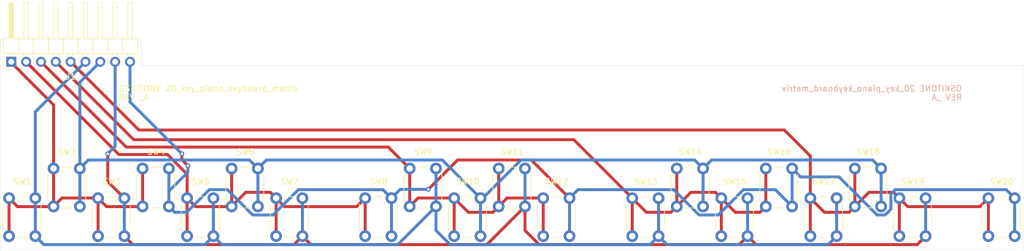
<source format=kicad_pcb>
(kicad_pcb (version 20171130) (host pcbnew "(5.1.6-0-10_14)")

  (general
    (thickness 1.6)
    (drawings 10)
    (tracks 199)
    (zones 0)
    (modules 25)
    (nets 10)
  )

  (page A4)
  (layers
    (0 F.Cu signal)
    (31 B.Cu signal)
    (32 B.Adhes user)
    (33 F.Adhes user)
    (34 B.Paste user)
    (35 F.Paste user)
    (36 B.SilkS user)
    (37 F.SilkS user)
    (38 B.Mask user)
    (39 F.Mask user)
    (40 Dwgs.User user)
    (41 Cmts.User user)
    (42 Eco1.User user)
    (43 Eco2.User user)
    (44 Edge.Cuts user)
    (45 Margin user)
    (46 B.CrtYd user)
    (47 F.CrtYd user hide)
    (48 B.Fab user)
    (49 F.Fab user hide)
  )

  (setup
    (last_trace_width 0.25)
    (user_trace_width 0.5)
    (trace_clearance 0.2)
    (zone_clearance 0.508)
    (zone_45_only no)
    (trace_min 0.2)
    (via_size 0.8)
    (via_drill 0.4)
    (via_min_size 0.4)
    (via_min_drill 0.3)
    (uvia_size 0.3)
    (uvia_drill 0.1)
    (uvias_allowed no)
    (uvia_min_size 0.2)
    (uvia_min_drill 0.1)
    (edge_width 0.05)
    (segment_width 0.2)
    (pcb_text_width 0.3)
    (pcb_text_size 1.5 1.5)
    (mod_edge_width 0.12)
    (mod_text_size 1 1)
    (mod_text_width 0.15)
    (pad_size 1.524 1.524)
    (pad_drill 0.762)
    (pad_to_mask_clearance 0.05)
    (aux_axis_origin 0 0)
    (visible_elements FFFFFF7F)
    (pcbplotparams
      (layerselection 0x010fc_ffffffff)
      (usegerberextensions false)
      (usegerberattributes true)
      (usegerberadvancedattributes true)
      (creategerberjobfile true)
      (excludeedgelayer true)
      (linewidth 0.250000)
      (plotframeref false)
      (viasonmask false)
      (mode 1)
      (useauxorigin false)
      (hpglpennumber 1)
      (hpglpenspeed 20)
      (hpglpendiameter 15.000000)
      (psnegative false)
      (psa4output false)
      (plotreference true)
      (plotvalue true)
      (plotinvisibletext false)
      (padsonsilk false)
      (subtractmaskfromsilk false)
      (outputformat 1)
      (mirror false)
      (drillshape 1)
      (scaleselection 1)
      (outputdirectory ""))
  )

  (net 0 "")
  (net 1 /R4)
  (net 2 /R3)
  (net 3 /R2)
  (net 4 /R1)
  (net 5 /C5)
  (net 6 /C4)
  (net 7 /C3)
  (net 8 /C2)
  (net 9 /C1)

  (net_class Default "This is the default net class."
    (clearance 0.2)
    (trace_width 0.25)
    (via_dia 0.8)
    (via_drill 0.4)
    (uvia_dia 0.3)
    (uvia_drill 0.1)
    (add_net /C1)
    (add_net /C2)
    (add_net /C3)
    (add_net /C4)
    (add_net /C5)
    (add_net /R1)
    (add_net /R2)
    (add_net /R3)
    (add_net /R4)
  )

  (net_class Fat ""
    (clearance 0.2)
    (trace_width 0.5)
    (via_dia 0.8)
    (via_drill 0.4)
    (uvia_dia 0.3)
    (uvia_drill 0.1)
  )

  (module Button_Switch_THT:SW_PUSH_6mm (layer F.Cu) (tedit 5A02FE31) (tstamp 6014D7D9)
    (at 224.409 103.505 90)
    (descr https://www.omron.com/ecb/products/pdf/en-b3f.pdf)
    (tags "tact sw push 6mm")
    (path /601BC700)
    (fp_text reference SW19 (at 9.346 2.318 180) (layer F.SilkS)
      (effects (font (size 1 1) (thickness 0.15)))
    )
    (fp_text value SPST (at 3.75 6.7 90) (layer F.Fab)
      (effects (font (size 1 1) (thickness 0.15)))
    )
    (fp_text user %R (at 3.25 2.25 90) (layer F.Fab)
      (effects (font (size 1 1) (thickness 0.15)))
    )
    (fp_circle (center 3.25 2.25) (end 1.25 2.5) (layer F.Fab) (width 0.1))
    (fp_line (start 6.75 3) (end 6.75 1.5) (layer F.SilkS) (width 0.12))
    (fp_line (start 5.5 -1) (end 1 -1) (layer F.SilkS) (width 0.12))
    (fp_line (start -0.25 1.5) (end -0.25 3) (layer F.SilkS) (width 0.12))
    (fp_line (start 1 5.5) (end 5.5 5.5) (layer F.SilkS) (width 0.12))
    (fp_line (start 8 -1.25) (end 8 5.75) (layer F.CrtYd) (width 0.05))
    (fp_line (start 7.75 6) (end -1.25 6) (layer F.CrtYd) (width 0.05))
    (fp_line (start -1.5 5.75) (end -1.5 -1.25) (layer F.CrtYd) (width 0.05))
    (fp_line (start -1.25 -1.5) (end 7.75 -1.5) (layer F.CrtYd) (width 0.05))
    (fp_line (start -1.5 6) (end -1.25 6) (layer F.CrtYd) (width 0.05))
    (fp_line (start -1.5 5.75) (end -1.5 6) (layer F.CrtYd) (width 0.05))
    (fp_line (start -1.5 -1.5) (end -1.25 -1.5) (layer F.CrtYd) (width 0.05))
    (fp_line (start -1.5 -1.25) (end -1.5 -1.5) (layer F.CrtYd) (width 0.05))
    (fp_line (start 8 -1.5) (end 8 -1.25) (layer F.CrtYd) (width 0.05))
    (fp_line (start 7.75 -1.5) (end 8 -1.5) (layer F.CrtYd) (width 0.05))
    (fp_line (start 8 6) (end 8 5.75) (layer F.CrtYd) (width 0.05))
    (fp_line (start 7.75 6) (end 8 6) (layer F.CrtYd) (width 0.05))
    (fp_line (start 0.25 -0.75) (end 3.25 -0.75) (layer F.Fab) (width 0.1))
    (fp_line (start 0.25 5.25) (end 0.25 -0.75) (layer F.Fab) (width 0.1))
    (fp_line (start 6.25 5.25) (end 0.25 5.25) (layer F.Fab) (width 0.1))
    (fp_line (start 6.25 -0.75) (end 6.25 5.25) (layer F.Fab) (width 0.1))
    (fp_line (start 3.25 -0.75) (end 6.25 -0.75) (layer F.Fab) (width 0.1))
    (pad 2 thru_hole circle (at 0 4.5 180) (size 2 2) (drill 1.1) (layers *.Cu *.Mask)
      (net 2 /R3))
    (pad 1 thru_hole circle (at 0 0 180) (size 2 2) (drill 1.1) (layers *.Cu *.Mask)
      (net 5 /C5))
    (pad 2 thru_hole circle (at 6.5 4.5 180) (size 2 2) (drill 1.1) (layers *.Cu *.Mask)
      (net 2 /R3))
    (pad 1 thru_hole circle (at 6.5 0 180) (size 2 2) (drill 1.1) (layers *.Cu *.Mask)
      (net 5 /C5))
    (model ${KISYS3DMOD}/Button_Switch_THT.3dshapes/SW_PUSH_6mm.wrl
      (at (xyz 0 0 0))
      (scale (xyz 1 1 1))
      (rotate (xyz 0 0 0))
    )
  )

  (module Button_Switch_THT:SW_PUSH_6mm (layer F.Cu) (tedit 5A02FE31) (tstamp 6014D7BA)
    (at 216.789 98.425 90)
    (descr https://www.omron.com/ecb/products/pdf/en-b3f.pdf)
    (tags "tact sw push 6mm")
    (path /6019D8B1)
    (fp_text reference SW18 (at 9.346 2.318 180) (layer F.SilkS)
      (effects (font (size 1 1) (thickness 0.15)))
    )
    (fp_text value SPST (at 3.75 6.7 90) (layer F.Fab)
      (effects (font (size 1 1) (thickness 0.15)))
    )
    (fp_text user %R (at 3.25 2.25 90) (layer F.Fab)
      (effects (font (size 1 1) (thickness 0.15)))
    )
    (fp_circle (center 3.25 2.25) (end 1.25 2.5) (layer F.Fab) (width 0.1))
    (fp_line (start 6.75 3) (end 6.75 1.5) (layer F.SilkS) (width 0.12))
    (fp_line (start 5.5 -1) (end 1 -1) (layer F.SilkS) (width 0.12))
    (fp_line (start -0.25 1.5) (end -0.25 3) (layer F.SilkS) (width 0.12))
    (fp_line (start 1 5.5) (end 5.5 5.5) (layer F.SilkS) (width 0.12))
    (fp_line (start 8 -1.25) (end 8 5.75) (layer F.CrtYd) (width 0.05))
    (fp_line (start 7.75 6) (end -1.25 6) (layer F.CrtYd) (width 0.05))
    (fp_line (start -1.5 5.75) (end -1.5 -1.25) (layer F.CrtYd) (width 0.05))
    (fp_line (start -1.25 -1.5) (end 7.75 -1.5) (layer F.CrtYd) (width 0.05))
    (fp_line (start -1.5 6) (end -1.25 6) (layer F.CrtYd) (width 0.05))
    (fp_line (start -1.5 5.75) (end -1.5 6) (layer F.CrtYd) (width 0.05))
    (fp_line (start -1.5 -1.5) (end -1.25 -1.5) (layer F.CrtYd) (width 0.05))
    (fp_line (start -1.5 -1.25) (end -1.5 -1.5) (layer F.CrtYd) (width 0.05))
    (fp_line (start 8 -1.5) (end 8 -1.25) (layer F.CrtYd) (width 0.05))
    (fp_line (start 7.75 -1.5) (end 8 -1.5) (layer F.CrtYd) (width 0.05))
    (fp_line (start 8 6) (end 8 5.75) (layer F.CrtYd) (width 0.05))
    (fp_line (start 7.75 6) (end 8 6) (layer F.CrtYd) (width 0.05))
    (fp_line (start 0.25 -0.75) (end 3.25 -0.75) (layer F.Fab) (width 0.1))
    (fp_line (start 0.25 5.25) (end 0.25 -0.75) (layer F.Fab) (width 0.1))
    (fp_line (start 6.25 5.25) (end 0.25 5.25) (layer F.Fab) (width 0.1))
    (fp_line (start 6.25 -0.75) (end 6.25 5.25) (layer F.Fab) (width 0.1))
    (fp_line (start 3.25 -0.75) (end 6.25 -0.75) (layer F.Fab) (width 0.1))
    (pad 2 thru_hole circle (at 0 4.5 180) (size 2 2) (drill 1.1) (layers *.Cu *.Mask)
      (net 3 /R2))
    (pad 1 thru_hole circle (at 0 0 180) (size 2 2) (drill 1.1) (layers *.Cu *.Mask)
      (net 5 /C5))
    (pad 2 thru_hole circle (at 6.5 4.5 180) (size 2 2) (drill 1.1) (layers *.Cu *.Mask)
      (net 3 /R2))
    (pad 1 thru_hole circle (at 6.5 0 180) (size 2 2) (drill 1.1) (layers *.Cu *.Mask)
      (net 5 /C5))
    (model ${KISYS3DMOD}/Button_Switch_THT.3dshapes/SW_PUSH_6mm.wrl
      (at (xyz 0 0 0))
      (scale (xyz 1 1 1))
      (rotate (xyz 0 0 0))
    )
  )

  (module Button_Switch_THT:SW_PUSH_6mm (layer F.Cu) (tedit 5A02FE31) (tstamp 6014D79B)
    (at 209.169 103.505 90)
    (descr https://www.omron.com/ecb/products/pdf/en-b3f.pdf)
    (tags "tact sw push 6mm")
    (path /6018B40B)
    (fp_text reference SW17 (at 9.346 2.318 180) (layer F.SilkS)
      (effects (font (size 1 1) (thickness 0.15)))
    )
    (fp_text value SPST (at 3.75 6.7 90) (layer F.Fab)
      (effects (font (size 1 1) (thickness 0.15)))
    )
    (fp_text user %R (at 3.25 2.25 90) (layer F.Fab)
      (effects (font (size 1 1) (thickness 0.15)))
    )
    (fp_circle (center 3.25 2.25) (end 1.25 2.5) (layer F.Fab) (width 0.1))
    (fp_line (start 6.75 3) (end 6.75 1.5) (layer F.SilkS) (width 0.12))
    (fp_line (start 5.5 -1) (end 1 -1) (layer F.SilkS) (width 0.12))
    (fp_line (start -0.25 1.5) (end -0.25 3) (layer F.SilkS) (width 0.12))
    (fp_line (start 1 5.5) (end 5.5 5.5) (layer F.SilkS) (width 0.12))
    (fp_line (start 8 -1.25) (end 8 5.75) (layer F.CrtYd) (width 0.05))
    (fp_line (start 7.75 6) (end -1.25 6) (layer F.CrtYd) (width 0.05))
    (fp_line (start -1.5 5.75) (end -1.5 -1.25) (layer F.CrtYd) (width 0.05))
    (fp_line (start -1.25 -1.5) (end 7.75 -1.5) (layer F.CrtYd) (width 0.05))
    (fp_line (start -1.5 6) (end -1.25 6) (layer F.CrtYd) (width 0.05))
    (fp_line (start -1.5 5.75) (end -1.5 6) (layer F.CrtYd) (width 0.05))
    (fp_line (start -1.5 -1.5) (end -1.25 -1.5) (layer F.CrtYd) (width 0.05))
    (fp_line (start -1.5 -1.25) (end -1.5 -1.5) (layer F.CrtYd) (width 0.05))
    (fp_line (start 8 -1.5) (end 8 -1.25) (layer F.CrtYd) (width 0.05))
    (fp_line (start 7.75 -1.5) (end 8 -1.5) (layer F.CrtYd) (width 0.05))
    (fp_line (start 8 6) (end 8 5.75) (layer F.CrtYd) (width 0.05))
    (fp_line (start 7.75 6) (end 8 6) (layer F.CrtYd) (width 0.05))
    (fp_line (start 0.25 -0.75) (end 3.25 -0.75) (layer F.Fab) (width 0.1))
    (fp_line (start 0.25 5.25) (end 0.25 -0.75) (layer F.Fab) (width 0.1))
    (fp_line (start 6.25 5.25) (end 0.25 5.25) (layer F.Fab) (width 0.1))
    (fp_line (start 6.25 -0.75) (end 6.25 5.25) (layer F.Fab) (width 0.1))
    (fp_line (start 3.25 -0.75) (end 6.25 -0.75) (layer F.Fab) (width 0.1))
    (pad 2 thru_hole circle (at 0 4.5 180) (size 2 2) (drill 1.1) (layers *.Cu *.Mask)
      (net 4 /R1))
    (pad 1 thru_hole circle (at 0 0 180) (size 2 2) (drill 1.1) (layers *.Cu *.Mask)
      (net 5 /C5))
    (pad 2 thru_hole circle (at 6.5 4.5 180) (size 2 2) (drill 1.1) (layers *.Cu *.Mask)
      (net 4 /R1))
    (pad 1 thru_hole circle (at 6.5 0 180) (size 2 2) (drill 1.1) (layers *.Cu *.Mask)
      (net 5 /C5))
    (model ${KISYS3DMOD}/Button_Switch_THT.3dshapes/SW_PUSH_6mm.wrl
      (at (xyz 0 0 0))
      (scale (xyz 1 1 1))
      (rotate (xyz 0 0 0))
    )
  )

  (module Button_Switch_THT:SW_PUSH_6mm (layer F.Cu) (tedit 5A02FE31) (tstamp 6014D77C)
    (at 201.549 98.425 90)
    (descr https://www.omron.com/ecb/products/pdf/en-b3f.pdf)
    (tags "tact sw push 6mm")
    (path /601C0025)
    (fp_text reference SW16 (at 9.346 2.318 180) (layer F.SilkS)
      (effects (font (size 1 1) (thickness 0.15)))
    )
    (fp_text value SPST (at 3.75 6.7 90) (layer F.Fab)
      (effects (font (size 1 1) (thickness 0.15)))
    )
    (fp_text user %R (at 3.25 2.25 90) (layer F.Fab)
      (effects (font (size 1 1) (thickness 0.15)))
    )
    (fp_circle (center 3.25 2.25) (end 1.25 2.5) (layer F.Fab) (width 0.1))
    (fp_line (start 6.75 3) (end 6.75 1.5) (layer F.SilkS) (width 0.12))
    (fp_line (start 5.5 -1) (end 1 -1) (layer F.SilkS) (width 0.12))
    (fp_line (start -0.25 1.5) (end -0.25 3) (layer F.SilkS) (width 0.12))
    (fp_line (start 1 5.5) (end 5.5 5.5) (layer F.SilkS) (width 0.12))
    (fp_line (start 8 -1.25) (end 8 5.75) (layer F.CrtYd) (width 0.05))
    (fp_line (start 7.75 6) (end -1.25 6) (layer F.CrtYd) (width 0.05))
    (fp_line (start -1.5 5.75) (end -1.5 -1.25) (layer F.CrtYd) (width 0.05))
    (fp_line (start -1.25 -1.5) (end 7.75 -1.5) (layer F.CrtYd) (width 0.05))
    (fp_line (start -1.5 6) (end -1.25 6) (layer F.CrtYd) (width 0.05))
    (fp_line (start -1.5 5.75) (end -1.5 6) (layer F.CrtYd) (width 0.05))
    (fp_line (start -1.5 -1.5) (end -1.25 -1.5) (layer F.CrtYd) (width 0.05))
    (fp_line (start -1.5 -1.25) (end -1.5 -1.5) (layer F.CrtYd) (width 0.05))
    (fp_line (start 8 -1.5) (end 8 -1.25) (layer F.CrtYd) (width 0.05))
    (fp_line (start 7.75 -1.5) (end 8 -1.5) (layer F.CrtYd) (width 0.05))
    (fp_line (start 8 6) (end 8 5.75) (layer F.CrtYd) (width 0.05))
    (fp_line (start 7.75 6) (end 8 6) (layer F.CrtYd) (width 0.05))
    (fp_line (start 0.25 -0.75) (end 3.25 -0.75) (layer F.Fab) (width 0.1))
    (fp_line (start 0.25 5.25) (end 0.25 -0.75) (layer F.Fab) (width 0.1))
    (fp_line (start 6.25 5.25) (end 0.25 5.25) (layer F.Fab) (width 0.1))
    (fp_line (start 6.25 -0.75) (end 6.25 5.25) (layer F.Fab) (width 0.1))
    (fp_line (start 3.25 -0.75) (end 6.25 -0.75) (layer F.Fab) (width 0.1))
    (pad 2 thru_hole circle (at 0 4.5 180) (size 2 2) (drill 1.1) (layers *.Cu *.Mask)
      (net 1 /R4))
    (pad 1 thru_hole circle (at 0 0 180) (size 2 2) (drill 1.1) (layers *.Cu *.Mask)
      (net 6 /C4))
    (pad 2 thru_hole circle (at 6.5 4.5 180) (size 2 2) (drill 1.1) (layers *.Cu *.Mask)
      (net 1 /R4))
    (pad 1 thru_hole circle (at 6.5 0 180) (size 2 2) (drill 1.1) (layers *.Cu *.Mask)
      (net 6 /C4))
    (model ${KISYS3DMOD}/Button_Switch_THT.3dshapes/SW_PUSH_6mm.wrl
      (at (xyz 0 0 0))
      (scale (xyz 1 1 1))
      (rotate (xyz 0 0 0))
    )
  )

  (module Button_Switch_THT:SW_PUSH_6mm (layer F.Cu) (tedit 5A02FE31) (tstamp 6014D75D)
    (at 193.929 103.505 90)
    (descr https://www.omron.com/ecb/products/pdf/en-b3f.pdf)
    (tags "tact sw push 6mm")
    (path /601BC6FA)
    (fp_text reference SW15 (at 9.346 2.318 180) (layer F.SilkS)
      (effects (font (size 1 1) (thickness 0.15)))
    )
    (fp_text value SPST (at 3.75 6.7 90) (layer F.Fab)
      (effects (font (size 1 1) (thickness 0.15)))
    )
    (fp_text user %R (at 3.25 2.25 90) (layer F.Fab)
      (effects (font (size 1 1) (thickness 0.15)))
    )
    (fp_circle (center 3.25 2.25) (end 1.25 2.5) (layer F.Fab) (width 0.1))
    (fp_line (start 6.75 3) (end 6.75 1.5) (layer F.SilkS) (width 0.12))
    (fp_line (start 5.5 -1) (end 1 -1) (layer F.SilkS) (width 0.12))
    (fp_line (start -0.25 1.5) (end -0.25 3) (layer F.SilkS) (width 0.12))
    (fp_line (start 1 5.5) (end 5.5 5.5) (layer F.SilkS) (width 0.12))
    (fp_line (start 8 -1.25) (end 8 5.75) (layer F.CrtYd) (width 0.05))
    (fp_line (start 7.75 6) (end -1.25 6) (layer F.CrtYd) (width 0.05))
    (fp_line (start -1.5 5.75) (end -1.5 -1.25) (layer F.CrtYd) (width 0.05))
    (fp_line (start -1.25 -1.5) (end 7.75 -1.5) (layer F.CrtYd) (width 0.05))
    (fp_line (start -1.5 6) (end -1.25 6) (layer F.CrtYd) (width 0.05))
    (fp_line (start -1.5 5.75) (end -1.5 6) (layer F.CrtYd) (width 0.05))
    (fp_line (start -1.5 -1.5) (end -1.25 -1.5) (layer F.CrtYd) (width 0.05))
    (fp_line (start -1.5 -1.25) (end -1.5 -1.5) (layer F.CrtYd) (width 0.05))
    (fp_line (start 8 -1.5) (end 8 -1.25) (layer F.CrtYd) (width 0.05))
    (fp_line (start 7.75 -1.5) (end 8 -1.5) (layer F.CrtYd) (width 0.05))
    (fp_line (start 8 6) (end 8 5.75) (layer F.CrtYd) (width 0.05))
    (fp_line (start 7.75 6) (end 8 6) (layer F.CrtYd) (width 0.05))
    (fp_line (start 0.25 -0.75) (end 3.25 -0.75) (layer F.Fab) (width 0.1))
    (fp_line (start 0.25 5.25) (end 0.25 -0.75) (layer F.Fab) (width 0.1))
    (fp_line (start 6.25 5.25) (end 0.25 5.25) (layer F.Fab) (width 0.1))
    (fp_line (start 6.25 -0.75) (end 6.25 5.25) (layer F.Fab) (width 0.1))
    (fp_line (start 3.25 -0.75) (end 6.25 -0.75) (layer F.Fab) (width 0.1))
    (pad 2 thru_hole circle (at 0 4.5 180) (size 2 2) (drill 1.1) (layers *.Cu *.Mask)
      (net 2 /R3))
    (pad 1 thru_hole circle (at 0 0 180) (size 2 2) (drill 1.1) (layers *.Cu *.Mask)
      (net 6 /C4))
    (pad 2 thru_hole circle (at 6.5 4.5 180) (size 2 2) (drill 1.1) (layers *.Cu *.Mask)
      (net 2 /R3))
    (pad 1 thru_hole circle (at 6.5 0 180) (size 2 2) (drill 1.1) (layers *.Cu *.Mask)
      (net 6 /C4))
    (model ${KISYS3DMOD}/Button_Switch_THT.3dshapes/SW_PUSH_6mm.wrl
      (at (xyz 0 0 0))
      (scale (xyz 1 1 1))
      (rotate (xyz 0 0 0))
    )
  )

  (module Button_Switch_THT:SW_PUSH_6mm (layer F.Cu) (tedit 5A02FE31) (tstamp 6014D73E)
    (at 186.309 98.425 90)
    (descr https://www.omron.com/ecb/products/pdf/en-b3f.pdf)
    (tags "tact sw push 6mm")
    (path /6019D8A9)
    (fp_text reference SW14 (at 9.346 2.318 180) (layer F.SilkS)
      (effects (font (size 1 1) (thickness 0.15)))
    )
    (fp_text value SPST (at 3.75 6.7 90) (layer F.Fab)
      (effects (font (size 1 1) (thickness 0.15)))
    )
    (fp_text user %R (at 3.25 2.25 90) (layer F.Fab)
      (effects (font (size 1 1) (thickness 0.15)))
    )
    (fp_circle (center 3.25 2.25) (end 1.25 2.5) (layer F.Fab) (width 0.1))
    (fp_line (start 6.75 3) (end 6.75 1.5) (layer F.SilkS) (width 0.12))
    (fp_line (start 5.5 -1) (end 1 -1) (layer F.SilkS) (width 0.12))
    (fp_line (start -0.25 1.5) (end -0.25 3) (layer F.SilkS) (width 0.12))
    (fp_line (start 1 5.5) (end 5.5 5.5) (layer F.SilkS) (width 0.12))
    (fp_line (start 8 -1.25) (end 8 5.75) (layer F.CrtYd) (width 0.05))
    (fp_line (start 7.75 6) (end -1.25 6) (layer F.CrtYd) (width 0.05))
    (fp_line (start -1.5 5.75) (end -1.5 -1.25) (layer F.CrtYd) (width 0.05))
    (fp_line (start -1.25 -1.5) (end 7.75 -1.5) (layer F.CrtYd) (width 0.05))
    (fp_line (start -1.5 6) (end -1.25 6) (layer F.CrtYd) (width 0.05))
    (fp_line (start -1.5 5.75) (end -1.5 6) (layer F.CrtYd) (width 0.05))
    (fp_line (start -1.5 -1.5) (end -1.25 -1.5) (layer F.CrtYd) (width 0.05))
    (fp_line (start -1.5 -1.25) (end -1.5 -1.5) (layer F.CrtYd) (width 0.05))
    (fp_line (start 8 -1.5) (end 8 -1.25) (layer F.CrtYd) (width 0.05))
    (fp_line (start 7.75 -1.5) (end 8 -1.5) (layer F.CrtYd) (width 0.05))
    (fp_line (start 8 6) (end 8 5.75) (layer F.CrtYd) (width 0.05))
    (fp_line (start 7.75 6) (end 8 6) (layer F.CrtYd) (width 0.05))
    (fp_line (start 0.25 -0.75) (end 3.25 -0.75) (layer F.Fab) (width 0.1))
    (fp_line (start 0.25 5.25) (end 0.25 -0.75) (layer F.Fab) (width 0.1))
    (fp_line (start 6.25 5.25) (end 0.25 5.25) (layer F.Fab) (width 0.1))
    (fp_line (start 6.25 -0.75) (end 6.25 5.25) (layer F.Fab) (width 0.1))
    (fp_line (start 3.25 -0.75) (end 6.25 -0.75) (layer F.Fab) (width 0.1))
    (pad 2 thru_hole circle (at 0 4.5 180) (size 2 2) (drill 1.1) (layers *.Cu *.Mask)
      (net 3 /R2))
    (pad 1 thru_hole circle (at 0 0 180) (size 2 2) (drill 1.1) (layers *.Cu *.Mask)
      (net 6 /C4))
    (pad 2 thru_hole circle (at 6.5 4.5 180) (size 2 2) (drill 1.1) (layers *.Cu *.Mask)
      (net 3 /R2))
    (pad 1 thru_hole circle (at 6.5 0 180) (size 2 2) (drill 1.1) (layers *.Cu *.Mask)
      (net 6 /C4))
    (model ${KISYS3DMOD}/Button_Switch_THT.3dshapes/SW_PUSH_6mm.wrl
      (at (xyz 0 0 0))
      (scale (xyz 1 1 1))
      (rotate (xyz 0 0 0))
    )
  )

  (module Button_Switch_THT:SW_PUSH_6mm locked (layer F.Cu) (tedit 5A02FE31) (tstamp 6014992B)
    (at 239.649 103.505 90)
    (descr https://www.omron.com/ecb/products/pdf/en-b3f.pdf)
    (tags "tact sw push 6mm")
    (path /601C002B)
    (fp_text reference SW20 (at 9.346 2.318 180) (layer F.SilkS)
      (effects (font (size 1 1) (thickness 0.15)))
    )
    (fp_text value SPST (at 3.75 6.7 90) (layer F.Fab)
      (effects (font (size 1 1) (thickness 0.15)))
    )
    (fp_text user %R (at 3.25 2.25 90) (layer F.Fab)
      (effects (font (size 1 1) (thickness 0.15)))
    )
    (fp_circle (center 3.25 2.25) (end 1.25 2.5) (layer F.Fab) (width 0.1))
    (fp_line (start 6.75 3) (end 6.75 1.5) (layer F.SilkS) (width 0.12))
    (fp_line (start 5.5 -1) (end 1 -1) (layer F.SilkS) (width 0.12))
    (fp_line (start -0.25 1.5) (end -0.25 3) (layer F.SilkS) (width 0.12))
    (fp_line (start 1 5.5) (end 5.5 5.5) (layer F.SilkS) (width 0.12))
    (fp_line (start 8 -1.25) (end 8 5.75) (layer F.CrtYd) (width 0.05))
    (fp_line (start 7.75 6) (end -1.25 6) (layer F.CrtYd) (width 0.05))
    (fp_line (start -1.5 5.75) (end -1.5 -1.25) (layer F.CrtYd) (width 0.05))
    (fp_line (start -1.25 -1.5) (end 7.75 -1.5) (layer F.CrtYd) (width 0.05))
    (fp_line (start -1.5 6) (end -1.25 6) (layer F.CrtYd) (width 0.05))
    (fp_line (start -1.5 5.75) (end -1.5 6) (layer F.CrtYd) (width 0.05))
    (fp_line (start -1.5 -1.5) (end -1.25 -1.5) (layer F.CrtYd) (width 0.05))
    (fp_line (start -1.5 -1.25) (end -1.5 -1.5) (layer F.CrtYd) (width 0.05))
    (fp_line (start 8 -1.5) (end 8 -1.25) (layer F.CrtYd) (width 0.05))
    (fp_line (start 7.75 -1.5) (end 8 -1.5) (layer F.CrtYd) (width 0.05))
    (fp_line (start 8 6) (end 8 5.75) (layer F.CrtYd) (width 0.05))
    (fp_line (start 7.75 6) (end 8 6) (layer F.CrtYd) (width 0.05))
    (fp_line (start 0.25 -0.75) (end 3.25 -0.75) (layer F.Fab) (width 0.1))
    (fp_line (start 0.25 5.25) (end 0.25 -0.75) (layer F.Fab) (width 0.1))
    (fp_line (start 6.25 5.25) (end 0.25 5.25) (layer F.Fab) (width 0.1))
    (fp_line (start 6.25 -0.75) (end 6.25 5.25) (layer F.Fab) (width 0.1))
    (fp_line (start 3.25 -0.75) (end 6.25 -0.75) (layer F.Fab) (width 0.1))
    (pad 2 thru_hole circle (at 0 4.5 180) (size 2 2) (drill 1.1) (layers *.Cu *.Mask)
      (net 1 /R4))
    (pad 1 thru_hole circle (at 0 0 180) (size 2 2) (drill 1.1) (layers *.Cu *.Mask)
      (net 5 /C5))
    (pad 2 thru_hole circle (at 6.5 4.5 180) (size 2 2) (drill 1.1) (layers *.Cu *.Mask)
      (net 1 /R4))
    (pad 1 thru_hole circle (at 6.5 0 180) (size 2 2) (drill 1.1) (layers *.Cu *.Mask)
      (net 5 /C5))
    (model ${KISYS3DMOD}/Button_Switch_THT.3dshapes/SW_PUSH_6mm.wrl
      (at (xyz 0 0 0))
      (scale (xyz 1 1 1))
      (rotate (xyz 0 0 0))
    )
  )

  (module MountingHole:MountingHole_3.2mm_M3 (layer F.Cu) (tedit 56D1B4CB) (tstamp 60156F20)
    (at 186.019 78.74)
    (descr "Mounting Hole 3.2mm, no annular, M3")
    (tags "mounting hole 3.2mm no annular m3")
    (attr virtual)
    (fp_text reference " " (at 0 -4.2) (layer F.SilkS) hide
      (effects (font (size 1 1) (thickness 0.15)))
    )
    (fp_text value 3.2mm (at 0 4.2) (layer F.Fab)
      (effects (font (size 1 1) (thickness 0.15)))
    )
    (fp_text user %R (at 0.3 0) (layer F.Fab)
      (effects (font (size 1 1) (thickness 0.15)))
    )
    (fp_circle (center 0 0) (end 3.2 0) (layer Cmts.User) (width 0.15))
    (fp_circle (center 0 0) (end 3.45 0) (layer F.CrtYd) (width 0.05))
    (pad 1 np_thru_hole circle (at 0 0) (size 3.2 3.2) (drill 3.2) (layers *.Cu *.Mask))
  )

  (module MountingHole:MountingHole_3.2mm_M3 (layer F.Cu) (tedit 56D1B4CB) (tstamp 60156F20)
    (at 130.139 78.74)
    (descr "Mounting Hole 3.2mm, no annular, M3")
    (tags "mounting hole 3.2mm no annular m3")
    (attr virtual)
    (fp_text reference " " (at 0 -4.2) (layer F.SilkS) hide
      (effects (font (size 1 1) (thickness 0.15)))
    )
    (fp_text value 3.2mm (at 0 4.2) (layer F.Fab)
      (effects (font (size 1 1) (thickness 0.15)))
    )
    (fp_text user %R (at 0.3 0) (layer F.Fab)
      (effects (font (size 1 1) (thickness 0.15)))
    )
    (fp_circle (center 0 0) (end 3.2 0) (layer Cmts.User) (width 0.15))
    (fp_circle (center 0 0) (end 3.45 0) (layer F.CrtYd) (width 0.05))
    (pad 1 np_thru_hole circle (at 0 0) (size 3.2 3.2) (drill 3.2) (layers *.Cu *.Mask))
  )

  (module MountingHole:MountingHole_3.2mm_M3 (layer F.Cu) (tedit 56D1B4CB) (tstamp 60156F20)
    (at 241.899 78.74)
    (descr "Mounting Hole 3.2mm, no annular, M3")
    (tags "mounting hole 3.2mm no annular m3")
    (attr virtual)
    (fp_text reference " " (at 0 -4.2) (layer F.SilkS) hide
      (effects (font (size 1 1) (thickness 0.15)))
    )
    (fp_text value 3.2mm (at 0 4.2) (layer F.Fab)
      (effects (font (size 1 1) (thickness 0.15)))
    )
    (fp_text user %R (at 0.3 0) (layer F.Fab)
      (effects (font (size 1 1) (thickness 0.15)))
    )
    (fp_circle (center 0 0) (end 3.2 0) (layer Cmts.User) (width 0.15))
    (fp_circle (center 0 0) (end 3.45 0) (layer F.CrtYd) (width 0.05))
    (pad 1 np_thru_hole circle (at 0 0) (size 3.2 3.2) (drill 3.2) (layers *.Cu *.Mask))
  )

  (module MountingHole:MountingHole_3.2mm_M3 (layer F.Cu) (tedit 56D1B4CB) (tstamp 60156ECA)
    (at 74.259 78.74)
    (descr "Mounting Hole 3.2mm, no annular, M3")
    (tags "mounting hole 3.2mm no annular m3")
    (attr virtual)
    (fp_text reference " " (at 0 -4.2) (layer F.SilkS) hide
      (effects (font (size 1 1) (thickness 0.15)))
    )
    (fp_text value 3.2mm (at 0 4.2) (layer F.Fab)
      (effects (font (size 1 1) (thickness 0.15)))
    )
    (fp_circle (center 0 0) (end 3.45 0) (layer F.CrtYd) (width 0.05))
    (fp_circle (center 0 0) (end 3.2 0) (layer Cmts.User) (width 0.15))
    (fp_text user %R (at 0.3 0) (layer F.Fab)
      (effects (font (size 1 1) (thickness 0.15)))
    )
    (pad 1 np_thru_hole circle (at 0 0) (size 3.2 3.2) (drill 3.2) (layers *.Cu *.Mask))
  )

  (module Button_Switch_THT:SW_PUSH_6mm (layer F.Cu) (tedit 5A02FE31) (tstamp 6014D71F)
    (at 178.689 103.505 90)
    (descr https://www.omron.com/ecb/products/pdf/en-b3f.pdf)
    (tags "tact sw push 6mm")
    (path /6018A564)
    (fp_text reference SW13 (at 9.346 2.318 180) (layer F.SilkS)
      (effects (font (size 1 1) (thickness 0.15)))
    )
    (fp_text value SPST (at 3.75 6.7 90) (layer F.Fab)
      (effects (font (size 1 1) (thickness 0.15)))
    )
    (fp_text user %R (at 3.25 2.25 90) (layer F.Fab)
      (effects (font (size 1 1) (thickness 0.15)))
    )
    (fp_circle (center 3.25 2.25) (end 1.25 2.5) (layer F.Fab) (width 0.1))
    (fp_line (start 6.75 3) (end 6.75 1.5) (layer F.SilkS) (width 0.12))
    (fp_line (start 5.5 -1) (end 1 -1) (layer F.SilkS) (width 0.12))
    (fp_line (start -0.25 1.5) (end -0.25 3) (layer F.SilkS) (width 0.12))
    (fp_line (start 1 5.5) (end 5.5 5.5) (layer F.SilkS) (width 0.12))
    (fp_line (start 8 -1.25) (end 8 5.75) (layer F.CrtYd) (width 0.05))
    (fp_line (start 7.75 6) (end -1.25 6) (layer F.CrtYd) (width 0.05))
    (fp_line (start -1.5 5.75) (end -1.5 -1.25) (layer F.CrtYd) (width 0.05))
    (fp_line (start -1.25 -1.5) (end 7.75 -1.5) (layer F.CrtYd) (width 0.05))
    (fp_line (start -1.5 6) (end -1.25 6) (layer F.CrtYd) (width 0.05))
    (fp_line (start -1.5 5.75) (end -1.5 6) (layer F.CrtYd) (width 0.05))
    (fp_line (start -1.5 -1.5) (end -1.25 -1.5) (layer F.CrtYd) (width 0.05))
    (fp_line (start -1.5 -1.25) (end -1.5 -1.5) (layer F.CrtYd) (width 0.05))
    (fp_line (start 8 -1.5) (end 8 -1.25) (layer F.CrtYd) (width 0.05))
    (fp_line (start 7.75 -1.5) (end 8 -1.5) (layer F.CrtYd) (width 0.05))
    (fp_line (start 8 6) (end 8 5.75) (layer F.CrtYd) (width 0.05))
    (fp_line (start 7.75 6) (end 8 6) (layer F.CrtYd) (width 0.05))
    (fp_line (start 0.25 -0.75) (end 3.25 -0.75) (layer F.Fab) (width 0.1))
    (fp_line (start 0.25 5.25) (end 0.25 -0.75) (layer F.Fab) (width 0.1))
    (fp_line (start 6.25 5.25) (end 0.25 5.25) (layer F.Fab) (width 0.1))
    (fp_line (start 6.25 -0.75) (end 6.25 5.25) (layer F.Fab) (width 0.1))
    (fp_line (start 3.25 -0.75) (end 6.25 -0.75) (layer F.Fab) (width 0.1))
    (pad 2 thru_hole circle (at 0 4.5 180) (size 2 2) (drill 1.1) (layers *.Cu *.Mask)
      (net 4 /R1))
    (pad 1 thru_hole circle (at 0 0 180) (size 2 2) (drill 1.1) (layers *.Cu *.Mask)
      (net 6 /C4))
    (pad 2 thru_hole circle (at 6.5 4.5 180) (size 2 2) (drill 1.1) (layers *.Cu *.Mask)
      (net 4 /R1))
    (pad 1 thru_hole circle (at 6.5 0 180) (size 2 2) (drill 1.1) (layers *.Cu *.Mask)
      (net 6 /C4))
    (model ${KISYS3DMOD}/Button_Switch_THT.3dshapes/SW_PUSH_6mm.wrl
      (at (xyz 0 0 0))
      (scale (xyz 1 1 1))
      (rotate (xyz 0 0 0))
    )
  )

  (module Button_Switch_THT:SW_PUSH_6mm (layer F.Cu) (tedit 5A02FE31) (tstamp 6014D700)
    (at 163.449 103.505 90)
    (descr https://www.omron.com/ecb/products/pdf/en-b3f.pdf)
    (tags "tact sw push 6mm")
    (path /601C001F)
    (fp_text reference SW12 (at 9.346 2.318 180) (layer F.SilkS)
      (effects (font (size 1 1) (thickness 0.15)))
    )
    (fp_text value SPST (at 3.75 6.7 90) (layer F.Fab)
      (effects (font (size 1 1) (thickness 0.15)))
    )
    (fp_text user %R (at 3.25 2.25 90) (layer F.Fab)
      (effects (font (size 1 1) (thickness 0.15)))
    )
    (fp_circle (center 3.25 2.25) (end 1.25 2.5) (layer F.Fab) (width 0.1))
    (fp_line (start 6.75 3) (end 6.75 1.5) (layer F.SilkS) (width 0.12))
    (fp_line (start 5.5 -1) (end 1 -1) (layer F.SilkS) (width 0.12))
    (fp_line (start -0.25 1.5) (end -0.25 3) (layer F.SilkS) (width 0.12))
    (fp_line (start 1 5.5) (end 5.5 5.5) (layer F.SilkS) (width 0.12))
    (fp_line (start 8 -1.25) (end 8 5.75) (layer F.CrtYd) (width 0.05))
    (fp_line (start 7.75 6) (end -1.25 6) (layer F.CrtYd) (width 0.05))
    (fp_line (start -1.5 5.75) (end -1.5 -1.25) (layer F.CrtYd) (width 0.05))
    (fp_line (start -1.25 -1.5) (end 7.75 -1.5) (layer F.CrtYd) (width 0.05))
    (fp_line (start -1.5 6) (end -1.25 6) (layer F.CrtYd) (width 0.05))
    (fp_line (start -1.5 5.75) (end -1.5 6) (layer F.CrtYd) (width 0.05))
    (fp_line (start -1.5 -1.5) (end -1.25 -1.5) (layer F.CrtYd) (width 0.05))
    (fp_line (start -1.5 -1.25) (end -1.5 -1.5) (layer F.CrtYd) (width 0.05))
    (fp_line (start 8 -1.5) (end 8 -1.25) (layer F.CrtYd) (width 0.05))
    (fp_line (start 7.75 -1.5) (end 8 -1.5) (layer F.CrtYd) (width 0.05))
    (fp_line (start 8 6) (end 8 5.75) (layer F.CrtYd) (width 0.05))
    (fp_line (start 7.75 6) (end 8 6) (layer F.CrtYd) (width 0.05))
    (fp_line (start 0.25 -0.75) (end 3.25 -0.75) (layer F.Fab) (width 0.1))
    (fp_line (start 0.25 5.25) (end 0.25 -0.75) (layer F.Fab) (width 0.1))
    (fp_line (start 6.25 5.25) (end 0.25 5.25) (layer F.Fab) (width 0.1))
    (fp_line (start 6.25 -0.75) (end 6.25 5.25) (layer F.Fab) (width 0.1))
    (fp_line (start 3.25 -0.75) (end 6.25 -0.75) (layer F.Fab) (width 0.1))
    (pad 2 thru_hole circle (at 0 4.5 180) (size 2 2) (drill 1.1) (layers *.Cu *.Mask)
      (net 1 /R4))
    (pad 1 thru_hole circle (at 0 0 180) (size 2 2) (drill 1.1) (layers *.Cu *.Mask)
      (net 7 /C3))
    (pad 2 thru_hole circle (at 6.5 4.5 180) (size 2 2) (drill 1.1) (layers *.Cu *.Mask)
      (net 1 /R4))
    (pad 1 thru_hole circle (at 6.5 0 180) (size 2 2) (drill 1.1) (layers *.Cu *.Mask)
      (net 7 /C3))
    (model ${KISYS3DMOD}/Button_Switch_THT.3dshapes/SW_PUSH_6mm.wrl
      (at (xyz 0 0 0))
      (scale (xyz 1 1 1))
      (rotate (xyz 0 0 0))
    )
  )

  (module Button_Switch_THT:SW_PUSH_6mm (layer F.Cu) (tedit 5A02FE31) (tstamp 6014D6E1)
    (at 155.829 98.425 90)
    (descr https://www.omron.com/ecb/products/pdf/en-b3f.pdf)
    (tags "tact sw push 6mm")
    (path /601BC6F4)
    (fp_text reference SW11 (at 9.346 2.318 180) (layer F.SilkS)
      (effects (font (size 1 1) (thickness 0.15)))
    )
    (fp_text value SPST (at 3.75 6.7 90) (layer F.Fab)
      (effects (font (size 1 1) (thickness 0.15)))
    )
    (fp_text user %R (at 3.25 2.25 90) (layer F.Fab)
      (effects (font (size 1 1) (thickness 0.15)))
    )
    (fp_circle (center 3.25 2.25) (end 1.25 2.5) (layer F.Fab) (width 0.1))
    (fp_line (start 6.75 3) (end 6.75 1.5) (layer F.SilkS) (width 0.12))
    (fp_line (start 5.5 -1) (end 1 -1) (layer F.SilkS) (width 0.12))
    (fp_line (start -0.25 1.5) (end -0.25 3) (layer F.SilkS) (width 0.12))
    (fp_line (start 1 5.5) (end 5.5 5.5) (layer F.SilkS) (width 0.12))
    (fp_line (start 8 -1.25) (end 8 5.75) (layer F.CrtYd) (width 0.05))
    (fp_line (start 7.75 6) (end -1.25 6) (layer F.CrtYd) (width 0.05))
    (fp_line (start -1.5 5.75) (end -1.5 -1.25) (layer F.CrtYd) (width 0.05))
    (fp_line (start -1.25 -1.5) (end 7.75 -1.5) (layer F.CrtYd) (width 0.05))
    (fp_line (start -1.5 6) (end -1.25 6) (layer F.CrtYd) (width 0.05))
    (fp_line (start -1.5 5.75) (end -1.5 6) (layer F.CrtYd) (width 0.05))
    (fp_line (start -1.5 -1.5) (end -1.25 -1.5) (layer F.CrtYd) (width 0.05))
    (fp_line (start -1.5 -1.25) (end -1.5 -1.5) (layer F.CrtYd) (width 0.05))
    (fp_line (start 8 -1.5) (end 8 -1.25) (layer F.CrtYd) (width 0.05))
    (fp_line (start 7.75 -1.5) (end 8 -1.5) (layer F.CrtYd) (width 0.05))
    (fp_line (start 8 6) (end 8 5.75) (layer F.CrtYd) (width 0.05))
    (fp_line (start 7.75 6) (end 8 6) (layer F.CrtYd) (width 0.05))
    (fp_line (start 0.25 -0.75) (end 3.25 -0.75) (layer F.Fab) (width 0.1))
    (fp_line (start 0.25 5.25) (end 0.25 -0.75) (layer F.Fab) (width 0.1))
    (fp_line (start 6.25 5.25) (end 0.25 5.25) (layer F.Fab) (width 0.1))
    (fp_line (start 6.25 -0.75) (end 6.25 5.25) (layer F.Fab) (width 0.1))
    (fp_line (start 3.25 -0.75) (end 6.25 -0.75) (layer F.Fab) (width 0.1))
    (pad 2 thru_hole circle (at 0 4.5 180) (size 2 2) (drill 1.1) (layers *.Cu *.Mask)
      (net 2 /R3))
    (pad 1 thru_hole circle (at 0 0 180) (size 2 2) (drill 1.1) (layers *.Cu *.Mask)
      (net 7 /C3))
    (pad 2 thru_hole circle (at 6.5 4.5 180) (size 2 2) (drill 1.1) (layers *.Cu *.Mask)
      (net 2 /R3))
    (pad 1 thru_hole circle (at 6.5 0 180) (size 2 2) (drill 1.1) (layers *.Cu *.Mask)
      (net 7 /C3))
    (model ${KISYS3DMOD}/Button_Switch_THT.3dshapes/SW_PUSH_6mm.wrl
      (at (xyz 0 0 0))
      (scale (xyz 1 1 1))
      (rotate (xyz 0 0 0))
    )
  )

  (module Button_Switch_THT:SW_PUSH_6mm (layer F.Cu) (tedit 5A02FE31) (tstamp 6014EF7C)
    (at 148.209 103.505 90)
    (descr https://www.omron.com/ecb/products/pdf/en-b3f.pdf)
    (tags "tact sw push 6mm")
    (path /6019D8A1)
    (fp_text reference SW10 (at 9.346 2.318 180) (layer F.SilkS)
      (effects (font (size 1 1) (thickness 0.15)))
    )
    (fp_text value SPST (at 3.75 6.7 90) (layer F.Fab)
      (effects (font (size 1 1) (thickness 0.15)))
    )
    (fp_text user %R (at 3.25 2.25 90) (layer F.Fab)
      (effects (font (size 1 1) (thickness 0.15)))
    )
    (fp_circle (center 3.25 2.25) (end 1.25 2.5) (layer F.Fab) (width 0.1))
    (fp_line (start 6.75 3) (end 6.75 1.5) (layer F.SilkS) (width 0.12))
    (fp_line (start 5.5 -1) (end 1 -1) (layer F.SilkS) (width 0.12))
    (fp_line (start -0.25 1.5) (end -0.25 3) (layer F.SilkS) (width 0.12))
    (fp_line (start 1 5.5) (end 5.5 5.5) (layer F.SilkS) (width 0.12))
    (fp_line (start 8 -1.25) (end 8 5.75) (layer F.CrtYd) (width 0.05))
    (fp_line (start 7.75 6) (end -1.25 6) (layer F.CrtYd) (width 0.05))
    (fp_line (start -1.5 5.75) (end -1.5 -1.25) (layer F.CrtYd) (width 0.05))
    (fp_line (start -1.25 -1.5) (end 7.75 -1.5) (layer F.CrtYd) (width 0.05))
    (fp_line (start -1.5 6) (end -1.25 6) (layer F.CrtYd) (width 0.05))
    (fp_line (start -1.5 5.75) (end -1.5 6) (layer F.CrtYd) (width 0.05))
    (fp_line (start -1.5 -1.5) (end -1.25 -1.5) (layer F.CrtYd) (width 0.05))
    (fp_line (start -1.5 -1.25) (end -1.5 -1.5) (layer F.CrtYd) (width 0.05))
    (fp_line (start 8 -1.5) (end 8 -1.25) (layer F.CrtYd) (width 0.05))
    (fp_line (start 7.75 -1.5) (end 8 -1.5) (layer F.CrtYd) (width 0.05))
    (fp_line (start 8 6) (end 8 5.75) (layer F.CrtYd) (width 0.05))
    (fp_line (start 7.75 6) (end 8 6) (layer F.CrtYd) (width 0.05))
    (fp_line (start 0.25 -0.75) (end 3.25 -0.75) (layer F.Fab) (width 0.1))
    (fp_line (start 0.25 5.25) (end 0.25 -0.75) (layer F.Fab) (width 0.1))
    (fp_line (start 6.25 5.25) (end 0.25 5.25) (layer F.Fab) (width 0.1))
    (fp_line (start 6.25 -0.75) (end 6.25 5.25) (layer F.Fab) (width 0.1))
    (fp_line (start 3.25 -0.75) (end 6.25 -0.75) (layer F.Fab) (width 0.1))
    (pad 2 thru_hole circle (at 0 4.5 180) (size 2 2) (drill 1.1) (layers *.Cu *.Mask)
      (net 3 /R2))
    (pad 1 thru_hole circle (at 0 0 180) (size 2 2) (drill 1.1) (layers *.Cu *.Mask)
      (net 7 /C3))
    (pad 2 thru_hole circle (at 6.5 4.5 180) (size 2 2) (drill 1.1) (layers *.Cu *.Mask)
      (net 3 /R2))
    (pad 1 thru_hole circle (at 6.5 0 180) (size 2 2) (drill 1.1) (layers *.Cu *.Mask)
      (net 7 /C3))
    (model ${KISYS3DMOD}/Button_Switch_THT.3dshapes/SW_PUSH_6mm.wrl
      (at (xyz 0 0 0))
      (scale (xyz 1 1 1))
      (rotate (xyz 0 0 0))
    )
  )

  (module Button_Switch_THT:SW_PUSH_6mm (layer F.Cu) (tedit 5A02FE31) (tstamp 6014D6A3)
    (at 140.589 98.425 90)
    (descr https://www.omron.com/ecb/products/pdf/en-b3f.pdf)
    (tags "tact sw push 6mm")
    (path /6018A55A)
    (fp_text reference SW9 (at 9.346 2.318 180) (layer F.SilkS)
      (effects (font (size 1 1) (thickness 0.15)))
    )
    (fp_text value SPST (at 3.75 6.7 90) (layer F.Fab)
      (effects (font (size 1 1) (thickness 0.15)))
    )
    (fp_text user %R (at 3.25 2.25 90) (layer F.Fab)
      (effects (font (size 1 1) (thickness 0.15)))
    )
    (fp_circle (center 3.25 2.25) (end 1.25 2.5) (layer F.Fab) (width 0.1))
    (fp_line (start 6.75 3) (end 6.75 1.5) (layer F.SilkS) (width 0.12))
    (fp_line (start 5.5 -1) (end 1 -1) (layer F.SilkS) (width 0.12))
    (fp_line (start -0.25 1.5) (end -0.25 3) (layer F.SilkS) (width 0.12))
    (fp_line (start 1 5.5) (end 5.5 5.5) (layer F.SilkS) (width 0.12))
    (fp_line (start 8 -1.25) (end 8 5.75) (layer F.CrtYd) (width 0.05))
    (fp_line (start 7.75 6) (end -1.25 6) (layer F.CrtYd) (width 0.05))
    (fp_line (start -1.5 5.75) (end -1.5 -1.25) (layer F.CrtYd) (width 0.05))
    (fp_line (start -1.25 -1.5) (end 7.75 -1.5) (layer F.CrtYd) (width 0.05))
    (fp_line (start -1.5 6) (end -1.25 6) (layer F.CrtYd) (width 0.05))
    (fp_line (start -1.5 5.75) (end -1.5 6) (layer F.CrtYd) (width 0.05))
    (fp_line (start -1.5 -1.5) (end -1.25 -1.5) (layer F.CrtYd) (width 0.05))
    (fp_line (start -1.5 -1.25) (end -1.5 -1.5) (layer F.CrtYd) (width 0.05))
    (fp_line (start 8 -1.5) (end 8 -1.25) (layer F.CrtYd) (width 0.05))
    (fp_line (start 7.75 -1.5) (end 8 -1.5) (layer F.CrtYd) (width 0.05))
    (fp_line (start 8 6) (end 8 5.75) (layer F.CrtYd) (width 0.05))
    (fp_line (start 7.75 6) (end 8 6) (layer F.CrtYd) (width 0.05))
    (fp_line (start 0.25 -0.75) (end 3.25 -0.75) (layer F.Fab) (width 0.1))
    (fp_line (start 0.25 5.25) (end 0.25 -0.75) (layer F.Fab) (width 0.1))
    (fp_line (start 6.25 5.25) (end 0.25 5.25) (layer F.Fab) (width 0.1))
    (fp_line (start 6.25 -0.75) (end 6.25 5.25) (layer F.Fab) (width 0.1))
    (fp_line (start 3.25 -0.75) (end 6.25 -0.75) (layer F.Fab) (width 0.1))
    (pad 2 thru_hole circle (at 0 4.5 180) (size 2 2) (drill 1.1) (layers *.Cu *.Mask)
      (net 4 /R1))
    (pad 1 thru_hole circle (at 0 0 180) (size 2 2) (drill 1.1) (layers *.Cu *.Mask)
      (net 7 /C3))
    (pad 2 thru_hole circle (at 6.5 4.5 180) (size 2 2) (drill 1.1) (layers *.Cu *.Mask)
      (net 4 /R1))
    (pad 1 thru_hole circle (at 6.5 0 180) (size 2 2) (drill 1.1) (layers *.Cu *.Mask)
      (net 7 /C3))
    (model ${KISYS3DMOD}/Button_Switch_THT.3dshapes/SW_PUSH_6mm.wrl
      (at (xyz 0 0 0))
      (scale (xyz 1 1 1))
      (rotate (xyz 0 0 0))
    )
  )

  (module Button_Switch_THT:SW_PUSH_6mm (layer F.Cu) (tedit 5A02FE31) (tstamp 6014D684)
    (at 132.969 103.505 90)
    (descr https://www.omron.com/ecb/products/pdf/en-b3f.pdf)
    (tags "tact sw push 6mm")
    (path /601C0019)
    (fp_text reference SW8 (at 9.346 2.318 180) (layer F.SilkS)
      (effects (font (size 1 1) (thickness 0.15)))
    )
    (fp_text value SPST (at 3.75 6.7 90) (layer F.Fab)
      (effects (font (size 1 1) (thickness 0.15)))
    )
    (fp_text user %R (at 3.25 2.25 90) (layer F.Fab)
      (effects (font (size 1 1) (thickness 0.15)))
    )
    (fp_circle (center 3.25 2.25) (end 1.25 2.5) (layer F.Fab) (width 0.1))
    (fp_line (start 6.75 3) (end 6.75 1.5) (layer F.SilkS) (width 0.12))
    (fp_line (start 5.5 -1) (end 1 -1) (layer F.SilkS) (width 0.12))
    (fp_line (start -0.25 1.5) (end -0.25 3) (layer F.SilkS) (width 0.12))
    (fp_line (start 1 5.5) (end 5.5 5.5) (layer F.SilkS) (width 0.12))
    (fp_line (start 8 -1.25) (end 8 5.75) (layer F.CrtYd) (width 0.05))
    (fp_line (start 7.75 6) (end -1.25 6) (layer F.CrtYd) (width 0.05))
    (fp_line (start -1.5 5.75) (end -1.5 -1.25) (layer F.CrtYd) (width 0.05))
    (fp_line (start -1.25 -1.5) (end 7.75 -1.5) (layer F.CrtYd) (width 0.05))
    (fp_line (start -1.5 6) (end -1.25 6) (layer F.CrtYd) (width 0.05))
    (fp_line (start -1.5 5.75) (end -1.5 6) (layer F.CrtYd) (width 0.05))
    (fp_line (start -1.5 -1.5) (end -1.25 -1.5) (layer F.CrtYd) (width 0.05))
    (fp_line (start -1.5 -1.25) (end -1.5 -1.5) (layer F.CrtYd) (width 0.05))
    (fp_line (start 8 -1.5) (end 8 -1.25) (layer F.CrtYd) (width 0.05))
    (fp_line (start 7.75 -1.5) (end 8 -1.5) (layer F.CrtYd) (width 0.05))
    (fp_line (start 8 6) (end 8 5.75) (layer F.CrtYd) (width 0.05))
    (fp_line (start 7.75 6) (end 8 6) (layer F.CrtYd) (width 0.05))
    (fp_line (start 0.25 -0.75) (end 3.25 -0.75) (layer F.Fab) (width 0.1))
    (fp_line (start 0.25 5.25) (end 0.25 -0.75) (layer F.Fab) (width 0.1))
    (fp_line (start 6.25 5.25) (end 0.25 5.25) (layer F.Fab) (width 0.1))
    (fp_line (start 6.25 -0.75) (end 6.25 5.25) (layer F.Fab) (width 0.1))
    (fp_line (start 3.25 -0.75) (end 6.25 -0.75) (layer F.Fab) (width 0.1))
    (pad 2 thru_hole circle (at 0 4.5 180) (size 2 2) (drill 1.1) (layers *.Cu *.Mask)
      (net 1 /R4))
    (pad 1 thru_hole circle (at 0 0 180) (size 2 2) (drill 1.1) (layers *.Cu *.Mask)
      (net 8 /C2))
    (pad 2 thru_hole circle (at 6.5 4.5 180) (size 2 2) (drill 1.1) (layers *.Cu *.Mask)
      (net 1 /R4))
    (pad 1 thru_hole circle (at 6.5 0 180) (size 2 2) (drill 1.1) (layers *.Cu *.Mask)
      (net 8 /C2))
    (model ${KISYS3DMOD}/Button_Switch_THT.3dshapes/SW_PUSH_6mm.wrl
      (at (xyz 0 0 0))
      (scale (xyz 1 1 1))
      (rotate (xyz 0 0 0))
    )
  )

  (module Button_Switch_THT:SW_PUSH_6mm (layer F.Cu) (tedit 5A02FE31) (tstamp 6014D665)
    (at 117.729 103.505 90)
    (descr https://www.omron.com/ecb/products/pdf/en-b3f.pdf)
    (tags "tact sw push 6mm")
    (path /601BC6EE)
    (fp_text reference SW7 (at 9.346 2.318 180) (layer F.SilkS)
      (effects (font (size 1 1) (thickness 0.15)))
    )
    (fp_text value SPST (at 3.75 6.7 90) (layer F.Fab)
      (effects (font (size 1 1) (thickness 0.15)))
    )
    (fp_text user %R (at 3.25 2.25 90) (layer F.Fab)
      (effects (font (size 1 1) (thickness 0.15)))
    )
    (fp_circle (center 3.25 2.25) (end 1.25 2.5) (layer F.Fab) (width 0.1))
    (fp_line (start 6.75 3) (end 6.75 1.5) (layer F.SilkS) (width 0.12))
    (fp_line (start 5.5 -1) (end 1 -1) (layer F.SilkS) (width 0.12))
    (fp_line (start -0.25 1.5) (end -0.25 3) (layer F.SilkS) (width 0.12))
    (fp_line (start 1 5.5) (end 5.5 5.5) (layer F.SilkS) (width 0.12))
    (fp_line (start 8 -1.25) (end 8 5.75) (layer F.CrtYd) (width 0.05))
    (fp_line (start 7.75 6) (end -1.25 6) (layer F.CrtYd) (width 0.05))
    (fp_line (start -1.5 5.75) (end -1.5 -1.25) (layer F.CrtYd) (width 0.05))
    (fp_line (start -1.25 -1.5) (end 7.75 -1.5) (layer F.CrtYd) (width 0.05))
    (fp_line (start -1.5 6) (end -1.25 6) (layer F.CrtYd) (width 0.05))
    (fp_line (start -1.5 5.75) (end -1.5 6) (layer F.CrtYd) (width 0.05))
    (fp_line (start -1.5 -1.5) (end -1.25 -1.5) (layer F.CrtYd) (width 0.05))
    (fp_line (start -1.5 -1.25) (end -1.5 -1.5) (layer F.CrtYd) (width 0.05))
    (fp_line (start 8 -1.5) (end 8 -1.25) (layer F.CrtYd) (width 0.05))
    (fp_line (start 7.75 -1.5) (end 8 -1.5) (layer F.CrtYd) (width 0.05))
    (fp_line (start 8 6) (end 8 5.75) (layer F.CrtYd) (width 0.05))
    (fp_line (start 7.75 6) (end 8 6) (layer F.CrtYd) (width 0.05))
    (fp_line (start 0.25 -0.75) (end 3.25 -0.75) (layer F.Fab) (width 0.1))
    (fp_line (start 0.25 5.25) (end 0.25 -0.75) (layer F.Fab) (width 0.1))
    (fp_line (start 6.25 5.25) (end 0.25 5.25) (layer F.Fab) (width 0.1))
    (fp_line (start 6.25 -0.75) (end 6.25 5.25) (layer F.Fab) (width 0.1))
    (fp_line (start 3.25 -0.75) (end 6.25 -0.75) (layer F.Fab) (width 0.1))
    (pad 2 thru_hole circle (at 0 4.5 180) (size 2 2) (drill 1.1) (layers *.Cu *.Mask)
      (net 2 /R3))
    (pad 1 thru_hole circle (at 0 0 180) (size 2 2) (drill 1.1) (layers *.Cu *.Mask)
      (net 8 /C2))
    (pad 2 thru_hole circle (at 6.5 4.5 180) (size 2 2) (drill 1.1) (layers *.Cu *.Mask)
      (net 2 /R3))
    (pad 1 thru_hole circle (at 6.5 0 180) (size 2 2) (drill 1.1) (layers *.Cu *.Mask)
      (net 8 /C2))
    (model ${KISYS3DMOD}/Button_Switch_THT.3dshapes/SW_PUSH_6mm.wrl
      (at (xyz 0 0 0))
      (scale (xyz 1 1 1))
      (rotate (xyz 0 0 0))
    )
  )

  (module Button_Switch_THT:SW_PUSH_6mm (layer F.Cu) (tedit 5A02FE31) (tstamp 6014D646)
    (at 110.109 98.425 90)
    (descr https://www.omron.com/ecb/products/pdf/en-b3f.pdf)
    (tags "tact sw push 6mm")
    (path /6019D899)
    (fp_text reference SW6 (at 9.346 2.318 180) (layer F.SilkS)
      (effects (font (size 1 1) (thickness 0.15)))
    )
    (fp_text value SPST (at 3.75 6.7 90) (layer F.Fab)
      (effects (font (size 1 1) (thickness 0.15)))
    )
    (fp_text user %R (at 3.25 2.25 90) (layer F.Fab)
      (effects (font (size 1 1) (thickness 0.15)))
    )
    (fp_circle (center 3.25 2.25) (end 1.25 2.5) (layer F.Fab) (width 0.1))
    (fp_line (start 6.75 3) (end 6.75 1.5) (layer F.SilkS) (width 0.12))
    (fp_line (start 5.5 -1) (end 1 -1) (layer F.SilkS) (width 0.12))
    (fp_line (start -0.25 1.5) (end -0.25 3) (layer F.SilkS) (width 0.12))
    (fp_line (start 1 5.5) (end 5.5 5.5) (layer F.SilkS) (width 0.12))
    (fp_line (start 8 -1.25) (end 8 5.75) (layer F.CrtYd) (width 0.05))
    (fp_line (start 7.75 6) (end -1.25 6) (layer F.CrtYd) (width 0.05))
    (fp_line (start -1.5 5.75) (end -1.5 -1.25) (layer F.CrtYd) (width 0.05))
    (fp_line (start -1.25 -1.5) (end 7.75 -1.5) (layer F.CrtYd) (width 0.05))
    (fp_line (start -1.5 6) (end -1.25 6) (layer F.CrtYd) (width 0.05))
    (fp_line (start -1.5 5.75) (end -1.5 6) (layer F.CrtYd) (width 0.05))
    (fp_line (start -1.5 -1.5) (end -1.25 -1.5) (layer F.CrtYd) (width 0.05))
    (fp_line (start -1.5 -1.25) (end -1.5 -1.5) (layer F.CrtYd) (width 0.05))
    (fp_line (start 8 -1.5) (end 8 -1.25) (layer F.CrtYd) (width 0.05))
    (fp_line (start 7.75 -1.5) (end 8 -1.5) (layer F.CrtYd) (width 0.05))
    (fp_line (start 8 6) (end 8 5.75) (layer F.CrtYd) (width 0.05))
    (fp_line (start 7.75 6) (end 8 6) (layer F.CrtYd) (width 0.05))
    (fp_line (start 0.25 -0.75) (end 3.25 -0.75) (layer F.Fab) (width 0.1))
    (fp_line (start 0.25 5.25) (end 0.25 -0.75) (layer F.Fab) (width 0.1))
    (fp_line (start 6.25 5.25) (end 0.25 5.25) (layer F.Fab) (width 0.1))
    (fp_line (start 6.25 -0.75) (end 6.25 5.25) (layer F.Fab) (width 0.1))
    (fp_line (start 3.25 -0.75) (end 6.25 -0.75) (layer F.Fab) (width 0.1))
    (pad 2 thru_hole circle (at 0 4.5 180) (size 2 2) (drill 1.1) (layers *.Cu *.Mask)
      (net 3 /R2))
    (pad 1 thru_hole circle (at 0 0 180) (size 2 2) (drill 1.1) (layers *.Cu *.Mask)
      (net 8 /C2))
    (pad 2 thru_hole circle (at 6.5 4.5 180) (size 2 2) (drill 1.1) (layers *.Cu *.Mask)
      (net 3 /R2))
    (pad 1 thru_hole circle (at 6.5 0 180) (size 2 2) (drill 1.1) (layers *.Cu *.Mask)
      (net 8 /C2))
    (model ${KISYS3DMOD}/Button_Switch_THT.3dshapes/SW_PUSH_6mm.wrl
      (at (xyz 0 0 0))
      (scale (xyz 1 1 1))
      (rotate (xyz 0 0 0))
    )
  )

  (module Button_Switch_THT:SW_PUSH_6mm (layer F.Cu) (tedit 5A02FE31) (tstamp 6014D627)
    (at 102.489 103.505 90)
    (descr https://www.omron.com/ecb/products/pdf/en-b3f.pdf)
    (tags "tact sw push 6mm")
    (path /60188B3A)
    (fp_text reference SW5 (at 9.346 2.318 180) (layer F.SilkS)
      (effects (font (size 1 1) (thickness 0.15)))
    )
    (fp_text value SPST (at 3.75 6.7 90) (layer F.Fab)
      (effects (font (size 1 1) (thickness 0.15)))
    )
    (fp_text user %R (at 3.25 2.25 90) (layer F.Fab)
      (effects (font (size 1 1) (thickness 0.15)))
    )
    (fp_circle (center 3.25 2.25) (end 1.25 2.5) (layer F.Fab) (width 0.1))
    (fp_line (start 6.75 3) (end 6.75 1.5) (layer F.SilkS) (width 0.12))
    (fp_line (start 5.5 -1) (end 1 -1) (layer F.SilkS) (width 0.12))
    (fp_line (start -0.25 1.5) (end -0.25 3) (layer F.SilkS) (width 0.12))
    (fp_line (start 1 5.5) (end 5.5 5.5) (layer F.SilkS) (width 0.12))
    (fp_line (start 8 -1.25) (end 8 5.75) (layer F.CrtYd) (width 0.05))
    (fp_line (start 7.75 6) (end -1.25 6) (layer F.CrtYd) (width 0.05))
    (fp_line (start -1.5 5.75) (end -1.5 -1.25) (layer F.CrtYd) (width 0.05))
    (fp_line (start -1.25 -1.5) (end 7.75 -1.5) (layer F.CrtYd) (width 0.05))
    (fp_line (start -1.5 6) (end -1.25 6) (layer F.CrtYd) (width 0.05))
    (fp_line (start -1.5 5.75) (end -1.5 6) (layer F.CrtYd) (width 0.05))
    (fp_line (start -1.5 -1.5) (end -1.25 -1.5) (layer F.CrtYd) (width 0.05))
    (fp_line (start -1.5 -1.25) (end -1.5 -1.5) (layer F.CrtYd) (width 0.05))
    (fp_line (start 8 -1.5) (end 8 -1.25) (layer F.CrtYd) (width 0.05))
    (fp_line (start 7.75 -1.5) (end 8 -1.5) (layer F.CrtYd) (width 0.05))
    (fp_line (start 8 6) (end 8 5.75) (layer F.CrtYd) (width 0.05))
    (fp_line (start 7.75 6) (end 8 6) (layer F.CrtYd) (width 0.05))
    (fp_line (start 0.25 -0.75) (end 3.25 -0.75) (layer F.Fab) (width 0.1))
    (fp_line (start 0.25 5.25) (end 0.25 -0.75) (layer F.Fab) (width 0.1))
    (fp_line (start 6.25 5.25) (end 0.25 5.25) (layer F.Fab) (width 0.1))
    (fp_line (start 6.25 -0.75) (end 6.25 5.25) (layer F.Fab) (width 0.1))
    (fp_line (start 3.25 -0.75) (end 6.25 -0.75) (layer F.Fab) (width 0.1))
    (pad 2 thru_hole circle (at 0 4.5 180) (size 2 2) (drill 1.1) (layers *.Cu *.Mask)
      (net 4 /R1))
    (pad 1 thru_hole circle (at 0 0 180) (size 2 2) (drill 1.1) (layers *.Cu *.Mask)
      (net 8 /C2))
    (pad 2 thru_hole circle (at 6.5 4.5 180) (size 2 2) (drill 1.1) (layers *.Cu *.Mask)
      (net 4 /R1))
    (pad 1 thru_hole circle (at 6.5 0 180) (size 2 2) (drill 1.1) (layers *.Cu *.Mask)
      (net 8 /C2))
    (model ${KISYS3DMOD}/Button_Switch_THT.3dshapes/SW_PUSH_6mm.wrl
      (at (xyz 0 0 0))
      (scale (xyz 1 1 1))
      (rotate (xyz 0 0 0))
    )
  )

  (module Button_Switch_THT:SW_PUSH_6mm (layer F.Cu) (tedit 5A02FE31) (tstamp 6014D608)
    (at 94.869 98.425 90)
    (descr https://www.omron.com/ecb/products/pdf/en-b3f.pdf)
    (tags "tact sw push 6mm")
    (path /601C0013)
    (fp_text reference SW4 (at 9.346 2.318 180) (layer F.SilkS)
      (effects (font (size 1 1) (thickness 0.15)))
    )
    (fp_text value SPST (at 3.75 6.7 90) (layer F.Fab)
      (effects (font (size 1 1) (thickness 0.15)))
    )
    (fp_text user %R (at 3.25 2.25 90) (layer F.Fab)
      (effects (font (size 1 1) (thickness 0.15)))
    )
    (fp_circle (center 3.25 2.25) (end 1.25 2.5) (layer F.Fab) (width 0.1))
    (fp_line (start 6.75 3) (end 6.75 1.5) (layer F.SilkS) (width 0.12))
    (fp_line (start 5.5 -1) (end 1 -1) (layer F.SilkS) (width 0.12))
    (fp_line (start -0.25 1.5) (end -0.25 3) (layer F.SilkS) (width 0.12))
    (fp_line (start 1 5.5) (end 5.5 5.5) (layer F.SilkS) (width 0.12))
    (fp_line (start 8 -1.25) (end 8 5.75) (layer F.CrtYd) (width 0.05))
    (fp_line (start 7.75 6) (end -1.25 6) (layer F.CrtYd) (width 0.05))
    (fp_line (start -1.5 5.75) (end -1.5 -1.25) (layer F.CrtYd) (width 0.05))
    (fp_line (start -1.25 -1.5) (end 7.75 -1.5) (layer F.CrtYd) (width 0.05))
    (fp_line (start -1.5 6) (end -1.25 6) (layer F.CrtYd) (width 0.05))
    (fp_line (start -1.5 5.75) (end -1.5 6) (layer F.CrtYd) (width 0.05))
    (fp_line (start -1.5 -1.5) (end -1.25 -1.5) (layer F.CrtYd) (width 0.05))
    (fp_line (start -1.5 -1.25) (end -1.5 -1.5) (layer F.CrtYd) (width 0.05))
    (fp_line (start 8 -1.5) (end 8 -1.25) (layer F.CrtYd) (width 0.05))
    (fp_line (start 7.75 -1.5) (end 8 -1.5) (layer F.CrtYd) (width 0.05))
    (fp_line (start 8 6) (end 8 5.75) (layer F.CrtYd) (width 0.05))
    (fp_line (start 7.75 6) (end 8 6) (layer F.CrtYd) (width 0.05))
    (fp_line (start 0.25 -0.75) (end 3.25 -0.75) (layer F.Fab) (width 0.1))
    (fp_line (start 0.25 5.25) (end 0.25 -0.75) (layer F.Fab) (width 0.1))
    (fp_line (start 6.25 5.25) (end 0.25 5.25) (layer F.Fab) (width 0.1))
    (fp_line (start 6.25 -0.75) (end 6.25 5.25) (layer F.Fab) (width 0.1))
    (fp_line (start 3.25 -0.75) (end 6.25 -0.75) (layer F.Fab) (width 0.1))
    (pad 2 thru_hole circle (at 0 4.5 180) (size 2 2) (drill 1.1) (layers *.Cu *.Mask)
      (net 1 /R4))
    (pad 1 thru_hole circle (at 0 0 180) (size 2 2) (drill 1.1) (layers *.Cu *.Mask)
      (net 9 /C1))
    (pad 2 thru_hole circle (at 6.5 4.5 180) (size 2 2) (drill 1.1) (layers *.Cu *.Mask)
      (net 1 /R4))
    (pad 1 thru_hole circle (at 6.5 0 180) (size 2 2) (drill 1.1) (layers *.Cu *.Mask)
      (net 9 /C1))
    (model ${KISYS3DMOD}/Button_Switch_THT.3dshapes/SW_PUSH_6mm.wrl
      (at (xyz 0 0 0))
      (scale (xyz 1 1 1))
      (rotate (xyz 0 0 0))
    )
  )

  (module Button_Switch_THT:SW_PUSH_6mm (layer F.Cu) (tedit 5A02FE31) (tstamp 6014D5E9)
    (at 87.249 103.505 90)
    (descr https://www.omron.com/ecb/products/pdf/en-b3f.pdf)
    (tags "tact sw push 6mm")
    (path /601BC6E8)
    (fp_text reference SW3 (at 9.346 2.318 180) (layer F.SilkS)
      (effects (font (size 1 1) (thickness 0.15)))
    )
    (fp_text value SPST (at 3.75 6.7 90) (layer F.Fab)
      (effects (font (size 1 1) (thickness 0.15)))
    )
    (fp_text user %R (at 3.25 2.25 90) (layer F.Fab)
      (effects (font (size 1 1) (thickness 0.15)))
    )
    (fp_circle (center 3.25 2.25) (end 1.25 2.5) (layer F.Fab) (width 0.1))
    (fp_line (start 6.75 3) (end 6.75 1.5) (layer F.SilkS) (width 0.12))
    (fp_line (start 5.5 -1) (end 1 -1) (layer F.SilkS) (width 0.12))
    (fp_line (start -0.25 1.5) (end -0.25 3) (layer F.SilkS) (width 0.12))
    (fp_line (start 1 5.5) (end 5.5 5.5) (layer F.SilkS) (width 0.12))
    (fp_line (start 8 -1.25) (end 8 5.75) (layer F.CrtYd) (width 0.05))
    (fp_line (start 7.75 6) (end -1.25 6) (layer F.CrtYd) (width 0.05))
    (fp_line (start -1.5 5.75) (end -1.5 -1.25) (layer F.CrtYd) (width 0.05))
    (fp_line (start -1.25 -1.5) (end 7.75 -1.5) (layer F.CrtYd) (width 0.05))
    (fp_line (start -1.5 6) (end -1.25 6) (layer F.CrtYd) (width 0.05))
    (fp_line (start -1.5 5.75) (end -1.5 6) (layer F.CrtYd) (width 0.05))
    (fp_line (start -1.5 -1.5) (end -1.25 -1.5) (layer F.CrtYd) (width 0.05))
    (fp_line (start -1.5 -1.25) (end -1.5 -1.5) (layer F.CrtYd) (width 0.05))
    (fp_line (start 8 -1.5) (end 8 -1.25) (layer F.CrtYd) (width 0.05))
    (fp_line (start 7.75 -1.5) (end 8 -1.5) (layer F.CrtYd) (width 0.05))
    (fp_line (start 8 6) (end 8 5.75) (layer F.CrtYd) (width 0.05))
    (fp_line (start 7.75 6) (end 8 6) (layer F.CrtYd) (width 0.05))
    (fp_line (start 0.25 -0.75) (end 3.25 -0.75) (layer F.Fab) (width 0.1))
    (fp_line (start 0.25 5.25) (end 0.25 -0.75) (layer F.Fab) (width 0.1))
    (fp_line (start 6.25 5.25) (end 0.25 5.25) (layer F.Fab) (width 0.1))
    (fp_line (start 6.25 -0.75) (end 6.25 5.25) (layer F.Fab) (width 0.1))
    (fp_line (start 3.25 -0.75) (end 6.25 -0.75) (layer F.Fab) (width 0.1))
    (pad 2 thru_hole circle (at 0 4.5 180) (size 2 2) (drill 1.1) (layers *.Cu *.Mask)
      (net 2 /R3))
    (pad 1 thru_hole circle (at 0 0 180) (size 2 2) (drill 1.1) (layers *.Cu *.Mask)
      (net 9 /C1))
    (pad 2 thru_hole circle (at 6.5 4.5 180) (size 2 2) (drill 1.1) (layers *.Cu *.Mask)
      (net 2 /R3))
    (pad 1 thru_hole circle (at 6.5 0 180) (size 2 2) (drill 1.1) (layers *.Cu *.Mask)
      (net 9 /C1))
    (model ${KISYS3DMOD}/Button_Switch_THT.3dshapes/SW_PUSH_6mm.wrl
      (at (xyz 0 0 0))
      (scale (xyz 1 1 1))
      (rotate (xyz 0 0 0))
    )
  )

  (module Button_Switch_THT:SW_PUSH_6mm (layer F.Cu) (tedit 5A02FE31) (tstamp 6014F619)
    (at 79.629 98.425 90)
    (descr https://www.omron.com/ecb/products/pdf/en-b3f.pdf)
    (tags "tact sw push 6mm")
    (path /6019D891)
    (fp_text reference SW2 (at 9.346 2.318 180) (layer F.SilkS)
      (effects (font (size 1 1) (thickness 0.15)))
    )
    (fp_text value SPST (at 3.75 6.7 90) (layer F.Fab)
      (effects (font (size 1 1) (thickness 0.15)))
    )
    (fp_text user %R (at 3.25 2.25 90) (layer F.Fab)
      (effects (font (size 1 1) (thickness 0.15)))
    )
    (fp_circle (center 3.25 2.25) (end 1.25 2.5) (layer F.Fab) (width 0.1))
    (fp_line (start 6.75 3) (end 6.75 1.5) (layer F.SilkS) (width 0.12))
    (fp_line (start 5.5 -1) (end 1 -1) (layer F.SilkS) (width 0.12))
    (fp_line (start -0.25 1.5) (end -0.25 3) (layer F.SilkS) (width 0.12))
    (fp_line (start 1 5.5) (end 5.5 5.5) (layer F.SilkS) (width 0.12))
    (fp_line (start 8 -1.25) (end 8 5.75) (layer F.CrtYd) (width 0.05))
    (fp_line (start 7.75 6) (end -1.25 6) (layer F.CrtYd) (width 0.05))
    (fp_line (start -1.5 5.75) (end -1.5 -1.25) (layer F.CrtYd) (width 0.05))
    (fp_line (start -1.25 -1.5) (end 7.75 -1.5) (layer F.CrtYd) (width 0.05))
    (fp_line (start -1.5 6) (end -1.25 6) (layer F.CrtYd) (width 0.05))
    (fp_line (start -1.5 5.75) (end -1.5 6) (layer F.CrtYd) (width 0.05))
    (fp_line (start -1.5 -1.5) (end -1.25 -1.5) (layer F.CrtYd) (width 0.05))
    (fp_line (start -1.5 -1.25) (end -1.5 -1.5) (layer F.CrtYd) (width 0.05))
    (fp_line (start 8 -1.5) (end 8 -1.25) (layer F.CrtYd) (width 0.05))
    (fp_line (start 7.75 -1.5) (end 8 -1.5) (layer F.CrtYd) (width 0.05))
    (fp_line (start 8 6) (end 8 5.75) (layer F.CrtYd) (width 0.05))
    (fp_line (start 7.75 6) (end 8 6) (layer F.CrtYd) (width 0.05))
    (fp_line (start 0.25 -0.75) (end 3.25 -0.75) (layer F.Fab) (width 0.1))
    (fp_line (start 0.25 5.25) (end 0.25 -0.75) (layer F.Fab) (width 0.1))
    (fp_line (start 6.25 5.25) (end 0.25 5.25) (layer F.Fab) (width 0.1))
    (fp_line (start 6.25 -0.75) (end 6.25 5.25) (layer F.Fab) (width 0.1))
    (fp_line (start 3.25 -0.75) (end 6.25 -0.75) (layer F.Fab) (width 0.1))
    (pad 2 thru_hole circle (at 0 4.5 180) (size 2 2) (drill 1.1) (layers *.Cu *.Mask)
      (net 3 /R2))
    (pad 1 thru_hole circle (at 0 0 180) (size 2 2) (drill 1.1) (layers *.Cu *.Mask)
      (net 9 /C1))
    (pad 2 thru_hole circle (at 6.5 4.5 180) (size 2 2) (drill 1.1) (layers *.Cu *.Mask)
      (net 3 /R2))
    (pad 1 thru_hole circle (at 6.5 0 180) (size 2 2) (drill 1.1) (layers *.Cu *.Mask)
      (net 9 /C1))
    (model ${KISYS3DMOD}/Button_Switch_THT.3dshapes/SW_PUSH_6mm.wrl
      (at (xyz 0 0 0))
      (scale (xyz 1 1 1))
      (rotate (xyz 0 0 0))
    )
  )

  (module Button_Switch_THT:SW_PUSH_6mm locked (layer F.Cu) (tedit 5A02FE31) (tstamp 6014D5AB)
    (at 72.009 103.505 90)
    (descr https://www.omron.com/ecb/products/pdf/en-b3f.pdf)
    (tags "tact sw push 6mm")
    (path /6017F202)
    (fp_text reference SW1 (at 9.346 2.318 180) (layer F.SilkS)
      (effects (font (size 1 1) (thickness 0.15)))
    )
    (fp_text value SPST (at 3.75 6.7 90) (layer F.Fab)
      (effects (font (size 1 1) (thickness 0.15)))
    )
    (fp_text user %R (at 3.25 2.25 90) (layer F.Fab)
      (effects (font (size 1 1) (thickness 0.15)))
    )
    (fp_circle (center 3.25 2.25) (end 1.25 2.5) (layer F.Fab) (width 0.1))
    (fp_line (start 6.75 3) (end 6.75 1.5) (layer F.SilkS) (width 0.12))
    (fp_line (start 5.5 -1) (end 1 -1) (layer F.SilkS) (width 0.12))
    (fp_line (start -0.25 1.5) (end -0.25 3) (layer F.SilkS) (width 0.12))
    (fp_line (start 1 5.5) (end 5.5 5.5) (layer F.SilkS) (width 0.12))
    (fp_line (start 8 -1.25) (end 8 5.75) (layer F.CrtYd) (width 0.05))
    (fp_line (start 7.75 6) (end -1.25 6) (layer F.CrtYd) (width 0.05))
    (fp_line (start -1.5 5.75) (end -1.5 -1.25) (layer F.CrtYd) (width 0.05))
    (fp_line (start -1.25 -1.5) (end 7.75 -1.5) (layer F.CrtYd) (width 0.05))
    (fp_line (start -1.5 6) (end -1.25 6) (layer F.CrtYd) (width 0.05))
    (fp_line (start -1.5 5.75) (end -1.5 6) (layer F.CrtYd) (width 0.05))
    (fp_line (start -1.5 -1.5) (end -1.25 -1.5) (layer F.CrtYd) (width 0.05))
    (fp_line (start -1.5 -1.25) (end -1.5 -1.5) (layer F.CrtYd) (width 0.05))
    (fp_line (start 8 -1.5) (end 8 -1.25) (layer F.CrtYd) (width 0.05))
    (fp_line (start 7.75 -1.5) (end 8 -1.5) (layer F.CrtYd) (width 0.05))
    (fp_line (start 8 6) (end 8 5.75) (layer F.CrtYd) (width 0.05))
    (fp_line (start 7.75 6) (end 8 6) (layer F.CrtYd) (width 0.05))
    (fp_line (start 0.25 -0.75) (end 3.25 -0.75) (layer F.Fab) (width 0.1))
    (fp_line (start 0.25 5.25) (end 0.25 -0.75) (layer F.Fab) (width 0.1))
    (fp_line (start 6.25 5.25) (end 0.25 5.25) (layer F.Fab) (width 0.1))
    (fp_line (start 6.25 -0.75) (end 6.25 5.25) (layer F.Fab) (width 0.1))
    (fp_line (start 3.25 -0.75) (end 6.25 -0.75) (layer F.Fab) (width 0.1))
    (pad 2 thru_hole circle (at 0 4.5 180) (size 2 2) (drill 1.1) (layers *.Cu *.Mask)
      (net 4 /R1))
    (pad 1 thru_hole circle (at 0 0 180) (size 2 2) (drill 1.1) (layers *.Cu *.Mask)
      (net 9 /C1))
    (pad 2 thru_hole circle (at 6.5 4.5 180) (size 2 2) (drill 1.1) (layers *.Cu *.Mask)
      (net 4 /R1))
    (pad 1 thru_hole circle (at 6.5 0 180) (size 2 2) (drill 1.1) (layers *.Cu *.Mask)
      (net 9 /C1))
    (model ${KISYS3DMOD}/Button_Switch_THT.3dshapes/SW_PUSH_6mm.wrl
      (at (xyz 0 0 0))
      (scale (xyz 1 1 1))
      (rotate (xyz 0 0 0))
    )
  )

  (module Connector_PinHeader_2.54mm:PinHeader_1x09_P2.54mm_Horizontal (layer F.Cu) (tedit 59FED5CB) (tstamp 6014D58C)
    (at 72.39 73.66 90)
    (descr "Through hole angled pin header, 1x09, 2.54mm pitch, 6mm pin length, single row")
    (tags "Through hole angled pin header THT 1x09 2.54mm single row")
    (path /601E9991)
    (fp_text reference J1 (at -2.54 10.16 180) (layer F.SilkS)
      (effects (font (size 1 1) (thickness 0.15)))
    )
    (fp_text value Conn_01x09 (at -2.54 17.145 180) (layer F.Fab)
      (effects (font (size 1 1) (thickness 0.15)))
    )
    (fp_line (start 2.135 -1.27) (end 4.04 -1.27) (layer F.Fab) (width 0.1))
    (fp_line (start 4.04 -1.27) (end 4.04 21.59) (layer F.Fab) (width 0.1))
    (fp_line (start 4.04 21.59) (end 1.5 21.59) (layer F.Fab) (width 0.1))
    (fp_line (start 1.5 21.59) (end 1.5 -0.635) (layer F.Fab) (width 0.1))
    (fp_line (start 1.5 -0.635) (end 2.135 -1.27) (layer F.Fab) (width 0.1))
    (fp_line (start -0.32 -0.32) (end 1.5 -0.32) (layer F.Fab) (width 0.1))
    (fp_line (start -0.32 -0.32) (end -0.32 0.32) (layer F.Fab) (width 0.1))
    (fp_line (start -0.32 0.32) (end 1.5 0.32) (layer F.Fab) (width 0.1))
    (fp_line (start 4.04 -0.32) (end 10.04 -0.32) (layer F.Fab) (width 0.1))
    (fp_line (start 10.04 -0.32) (end 10.04 0.32) (layer F.Fab) (width 0.1))
    (fp_line (start 4.04 0.32) (end 10.04 0.32) (layer F.Fab) (width 0.1))
    (fp_line (start -0.32 2.22) (end 1.5 2.22) (layer F.Fab) (width 0.1))
    (fp_line (start -0.32 2.22) (end -0.32 2.86) (layer F.Fab) (width 0.1))
    (fp_line (start -0.32 2.86) (end 1.5 2.86) (layer F.Fab) (width 0.1))
    (fp_line (start 4.04 2.22) (end 10.04 2.22) (layer F.Fab) (width 0.1))
    (fp_line (start 10.04 2.22) (end 10.04 2.86) (layer F.Fab) (width 0.1))
    (fp_line (start 4.04 2.86) (end 10.04 2.86) (layer F.Fab) (width 0.1))
    (fp_line (start -0.32 4.76) (end 1.5 4.76) (layer F.Fab) (width 0.1))
    (fp_line (start -0.32 4.76) (end -0.32 5.4) (layer F.Fab) (width 0.1))
    (fp_line (start -0.32 5.4) (end 1.5 5.4) (layer F.Fab) (width 0.1))
    (fp_line (start 4.04 4.76) (end 10.04 4.76) (layer F.Fab) (width 0.1))
    (fp_line (start 10.04 4.76) (end 10.04 5.4) (layer F.Fab) (width 0.1))
    (fp_line (start 4.04 5.4) (end 10.04 5.4) (layer F.Fab) (width 0.1))
    (fp_line (start -0.32 7.3) (end 1.5 7.3) (layer F.Fab) (width 0.1))
    (fp_line (start -0.32 7.3) (end -0.32 7.94) (layer F.Fab) (width 0.1))
    (fp_line (start -0.32 7.94) (end 1.5 7.94) (layer F.Fab) (width 0.1))
    (fp_line (start 4.04 7.3) (end 10.04 7.3) (layer F.Fab) (width 0.1))
    (fp_line (start 10.04 7.3) (end 10.04 7.94) (layer F.Fab) (width 0.1))
    (fp_line (start 4.04 7.94) (end 10.04 7.94) (layer F.Fab) (width 0.1))
    (fp_line (start -0.32 9.84) (end 1.5 9.84) (layer F.Fab) (width 0.1))
    (fp_line (start -0.32 9.84) (end -0.32 10.48) (layer F.Fab) (width 0.1))
    (fp_line (start -0.32 10.48) (end 1.5 10.48) (layer F.Fab) (width 0.1))
    (fp_line (start 4.04 9.84) (end 10.04 9.84) (layer F.Fab) (width 0.1))
    (fp_line (start 10.04 9.84) (end 10.04 10.48) (layer F.Fab) (width 0.1))
    (fp_line (start 4.04 10.48) (end 10.04 10.48) (layer F.Fab) (width 0.1))
    (fp_line (start -0.32 12.38) (end 1.5 12.38) (layer F.Fab) (width 0.1))
    (fp_line (start -0.32 12.38) (end -0.32 13.02) (layer F.Fab) (width 0.1))
    (fp_line (start -0.32 13.02) (end 1.5 13.02) (layer F.Fab) (width 0.1))
    (fp_line (start 4.04 12.38) (end 10.04 12.38) (layer F.Fab) (width 0.1))
    (fp_line (start 10.04 12.38) (end 10.04 13.02) (layer F.Fab) (width 0.1))
    (fp_line (start 4.04 13.02) (end 10.04 13.02) (layer F.Fab) (width 0.1))
    (fp_line (start -0.32 14.92) (end 1.5 14.92) (layer F.Fab) (width 0.1))
    (fp_line (start -0.32 14.92) (end -0.32 15.56) (layer F.Fab) (width 0.1))
    (fp_line (start -0.32 15.56) (end 1.5 15.56) (layer F.Fab) (width 0.1))
    (fp_line (start 4.04 14.92) (end 10.04 14.92) (layer F.Fab) (width 0.1))
    (fp_line (start 10.04 14.92) (end 10.04 15.56) (layer F.Fab) (width 0.1))
    (fp_line (start 4.04 15.56) (end 10.04 15.56) (layer F.Fab) (width 0.1))
    (fp_line (start -0.32 17.46) (end 1.5 17.46) (layer F.Fab) (width 0.1))
    (fp_line (start -0.32 17.46) (end -0.32 18.1) (layer F.Fab) (width 0.1))
    (fp_line (start -0.32 18.1) (end 1.5 18.1) (layer F.Fab) (width 0.1))
    (fp_line (start 4.04 17.46) (end 10.04 17.46) (layer F.Fab) (width 0.1))
    (fp_line (start 10.04 17.46) (end 10.04 18.1) (layer F.Fab) (width 0.1))
    (fp_line (start 4.04 18.1) (end 10.04 18.1) (layer F.Fab) (width 0.1))
    (fp_line (start -0.32 20) (end 1.5 20) (layer F.Fab) (width 0.1))
    (fp_line (start -0.32 20) (end -0.32 20.64) (layer F.Fab) (width 0.1))
    (fp_line (start -0.32 20.64) (end 1.5 20.64) (layer F.Fab) (width 0.1))
    (fp_line (start 4.04 20) (end 10.04 20) (layer F.Fab) (width 0.1))
    (fp_line (start 10.04 20) (end 10.04 20.64) (layer F.Fab) (width 0.1))
    (fp_line (start 4.04 20.64) (end 10.04 20.64) (layer F.Fab) (width 0.1))
    (fp_line (start 1.44 -1.33) (end 1.44 21.65) (layer F.SilkS) (width 0.12))
    (fp_line (start 1.44 21.65) (end 4.1 21.65) (layer F.SilkS) (width 0.12))
    (fp_line (start 4.1 21.65) (end 4.1 -1.33) (layer F.SilkS) (width 0.12))
    (fp_line (start 4.1 -1.33) (end 1.44 -1.33) (layer F.SilkS) (width 0.12))
    (fp_line (start 4.1 -0.38) (end 10.1 -0.38) (layer F.SilkS) (width 0.12))
    (fp_line (start 10.1 -0.38) (end 10.1 0.38) (layer F.SilkS) (width 0.12))
    (fp_line (start 10.1 0.38) (end 4.1 0.38) (layer F.SilkS) (width 0.12))
    (fp_line (start 4.1 -0.32) (end 10.1 -0.32) (layer F.SilkS) (width 0.12))
    (fp_line (start 4.1 -0.2) (end 10.1 -0.2) (layer F.SilkS) (width 0.12))
    (fp_line (start 4.1 -0.08) (end 10.1 -0.08) (layer F.SilkS) (width 0.12))
    (fp_line (start 4.1 0.04) (end 10.1 0.04) (layer F.SilkS) (width 0.12))
    (fp_line (start 4.1 0.16) (end 10.1 0.16) (layer F.SilkS) (width 0.12))
    (fp_line (start 4.1 0.28) (end 10.1 0.28) (layer F.SilkS) (width 0.12))
    (fp_line (start 1.11 -0.38) (end 1.44 -0.38) (layer F.SilkS) (width 0.12))
    (fp_line (start 1.11 0.38) (end 1.44 0.38) (layer F.SilkS) (width 0.12))
    (fp_line (start 1.44 1.27) (end 4.1 1.27) (layer F.SilkS) (width 0.12))
    (fp_line (start 4.1 2.16) (end 10.1 2.16) (layer F.SilkS) (width 0.12))
    (fp_line (start 10.1 2.16) (end 10.1 2.92) (layer F.SilkS) (width 0.12))
    (fp_line (start 10.1 2.92) (end 4.1 2.92) (layer F.SilkS) (width 0.12))
    (fp_line (start 1.042929 2.16) (end 1.44 2.16) (layer F.SilkS) (width 0.12))
    (fp_line (start 1.042929 2.92) (end 1.44 2.92) (layer F.SilkS) (width 0.12))
    (fp_line (start 1.44 3.81) (end 4.1 3.81) (layer F.SilkS) (width 0.12))
    (fp_line (start 4.1 4.7) (end 10.1 4.7) (layer F.SilkS) (width 0.12))
    (fp_line (start 10.1 4.7) (end 10.1 5.46) (layer F.SilkS) (width 0.12))
    (fp_line (start 10.1 5.46) (end 4.1 5.46) (layer F.SilkS) (width 0.12))
    (fp_line (start 1.042929 4.7) (end 1.44 4.7) (layer F.SilkS) (width 0.12))
    (fp_line (start 1.042929 5.46) (end 1.44 5.46) (layer F.SilkS) (width 0.12))
    (fp_line (start 1.44 6.35) (end 4.1 6.35) (layer F.SilkS) (width 0.12))
    (fp_line (start 4.1 7.24) (end 10.1 7.24) (layer F.SilkS) (width 0.12))
    (fp_line (start 10.1 7.24) (end 10.1 8) (layer F.SilkS) (width 0.12))
    (fp_line (start 10.1 8) (end 4.1 8) (layer F.SilkS) (width 0.12))
    (fp_line (start 1.042929 7.24) (end 1.44 7.24) (layer F.SilkS) (width 0.12))
    (fp_line (start 1.042929 8) (end 1.44 8) (layer F.SilkS) (width 0.12))
    (fp_line (start 1.44 8.89) (end 4.1 8.89) (layer F.SilkS) (width 0.12))
    (fp_line (start 4.1 9.78) (end 10.1 9.78) (layer F.SilkS) (width 0.12))
    (fp_line (start 10.1 9.78) (end 10.1 10.54) (layer F.SilkS) (width 0.12))
    (fp_line (start 10.1 10.54) (end 4.1 10.54) (layer F.SilkS) (width 0.12))
    (fp_line (start 1.042929 9.78) (end 1.44 9.78) (layer F.SilkS) (width 0.12))
    (fp_line (start 1.042929 10.54) (end 1.44 10.54) (layer F.SilkS) (width 0.12))
    (fp_line (start 1.44 11.43) (end 4.1 11.43) (layer F.SilkS) (width 0.12))
    (fp_line (start 4.1 12.32) (end 10.1 12.32) (layer F.SilkS) (width 0.12))
    (fp_line (start 10.1 12.32) (end 10.1 13.08) (layer F.SilkS) (width 0.12))
    (fp_line (start 10.1 13.08) (end 4.1 13.08) (layer F.SilkS) (width 0.12))
    (fp_line (start 1.042929 12.32) (end 1.44 12.32) (layer F.SilkS) (width 0.12))
    (fp_line (start 1.042929 13.08) (end 1.44 13.08) (layer F.SilkS) (width 0.12))
    (fp_line (start 1.44 13.97) (end 4.1 13.97) (layer F.SilkS) (width 0.12))
    (fp_line (start 4.1 14.86) (end 10.1 14.86) (layer F.SilkS) (width 0.12))
    (fp_line (start 10.1 14.86) (end 10.1 15.62) (layer F.SilkS) (width 0.12))
    (fp_line (start 10.1 15.62) (end 4.1 15.62) (layer F.SilkS) (width 0.12))
    (fp_line (start 1.042929 14.86) (end 1.44 14.86) (layer F.SilkS) (width 0.12))
    (fp_line (start 1.042929 15.62) (end 1.44 15.62) (layer F.SilkS) (width 0.12))
    (fp_line (start 1.44 16.51) (end 4.1 16.51) (layer F.SilkS) (width 0.12))
    (fp_line (start 4.1 17.4) (end 10.1 17.4) (layer F.SilkS) (width 0.12))
    (fp_line (start 10.1 17.4) (end 10.1 18.16) (layer F.SilkS) (width 0.12))
    (fp_line (start 10.1 18.16) (end 4.1 18.16) (layer F.SilkS) (width 0.12))
    (fp_line (start 1.042929 17.4) (end 1.44 17.4) (layer F.SilkS) (width 0.12))
    (fp_line (start 1.042929 18.16) (end 1.44 18.16) (layer F.SilkS) (width 0.12))
    (fp_line (start 1.44 19.05) (end 4.1 19.05) (layer F.SilkS) (width 0.12))
    (fp_line (start 4.1 19.94) (end 10.1 19.94) (layer F.SilkS) (width 0.12))
    (fp_line (start 10.1 19.94) (end 10.1 20.7) (layer F.SilkS) (width 0.12))
    (fp_line (start 10.1 20.7) (end 4.1 20.7) (layer F.SilkS) (width 0.12))
    (fp_line (start 1.042929 19.94) (end 1.44 19.94) (layer F.SilkS) (width 0.12))
    (fp_line (start 1.042929 20.7) (end 1.44 20.7) (layer F.SilkS) (width 0.12))
    (fp_line (start -1.27 0) (end -1.27 -1.27) (layer F.SilkS) (width 0.12))
    (fp_line (start -1.27 -1.27) (end 0 -1.27) (layer F.SilkS) (width 0.12))
    (fp_line (start -1.8 -1.8) (end -1.8 22.1) (layer F.CrtYd) (width 0.05))
    (fp_line (start -1.8 22.1) (end 10.55 22.1) (layer F.CrtYd) (width 0.05))
    (fp_line (start 10.55 22.1) (end 10.55 -1.8) (layer F.CrtYd) (width 0.05))
    (fp_line (start 10.55 -1.8) (end -1.8 -1.8) (layer F.CrtYd) (width 0.05))
    (fp_text user %R (at -2.032 5.842) (layer F.Fab)
      (effects (font (size 1 1) (thickness 0.15)))
    )
    (pad 9 thru_hole oval (at 0 20.32 90) (size 1.7 1.7) (drill 1) (layers *.Cu *.Mask)
      (net 1 /R4))
    (pad 8 thru_hole oval (at 0 17.78 90) (size 1.7 1.7) (drill 1) (layers *.Cu *.Mask)
      (net 2 /R3))
    (pad 7 thru_hole oval (at 0 15.24 90) (size 1.7 1.7) (drill 1) (layers *.Cu *.Mask)
      (net 3 /R2))
    (pad 6 thru_hole oval (at 0 12.7 90) (size 1.7 1.7) (drill 1) (layers *.Cu *.Mask)
      (net 4 /R1))
    (pad 5 thru_hole oval (at 0 10.16 90) (size 1.7 1.7) (drill 1) (layers *.Cu *.Mask)
      (net 5 /C5))
    (pad 4 thru_hole oval (at 0 7.62 90) (size 1.7 1.7) (drill 1) (layers *.Cu *.Mask)
      (net 6 /C4))
    (pad 3 thru_hole oval (at 0 5.08 90) (size 1.7 1.7) (drill 1) (layers *.Cu *.Mask)
      (net 7 /C3))
    (pad 2 thru_hole oval (at 0 2.54 90) (size 1.7 1.7) (drill 1) (layers *.Cu *.Mask)
      (net 8 /C2))
    (pad 1 thru_hole rect (at 0 0 90) (size 1.7 1.7) (drill 1) (layers *.Cu *.Mask)
      (net 9 /C1))
    (model ${KISYS3DMOD}/Connector_PinHeader_2.54mm.3dshapes/PinHeader_1x09_P2.54mm_Horizontal.wrl
      (at (xyz 0 0 0))
      (scale (xyz 1 1 1))
      (rotate (xyz 0 0 0))
    )
  )

  (gr_line (start 245.745 106.045) (end 245.745 74.295) (layer Edge.Cuts) (width 0.05))
  (gr_line (start 70.485 106.045) (end 245.745 106.045) (layer Edge.Cuts) (width 0.05))
  (gr_text "OSKITONE 20_key_piano_keyboard_matrix" (at 235.204 78.232) (layer B.SilkS) (tstamp 601585DF)
    (effects (font (size 1 1) (thickness 0.15)) (justify left mirror))
  )
  (gr_text "REV _A" (at 235.204 79.756) (layer B.SilkS) (tstamp 601585DE)
    (effects (font (size 1 1) (thickness 0.15)) (justify left mirror))
  )
  (gr_text "REV _A" (at 90.678 79.756) (layer F.SilkS) (tstamp 60157D83)
    (effects (font (size 1 1) (thickness 0.15)) (justify left))
  )
  (gr_text "OSKITONE 20_key_piano_keyboard_matrix" (at 90.678 78.232) (layer F.SilkS)
    (effects (font (size 1 1) (thickness 0.15)) (justify left))
  )
  (gr_line (start 94.615 69.85) (end 70.485 69.85) (layer Edge.Cuts) (width 0.05) (tstamp 60156FE4))
  (gr_line (start 94.615 74.295) (end 94.615 69.85) (layer Edge.Cuts) (width 0.05) (tstamp 60157438))
  (gr_line (start 245.745 74.295) (end 94.615 74.295) (layer Edge.Cuts) (width 0.05))
  (gr_line (start 70.485 69.85) (end 70.485 106.045) (layer Edge.Cuts) (width 0.05) (tstamp 60157697))

  (segment (start 137.469 97.005) (end 137.469 103.505) (width 0.5) (layer B.Cu) (net 1))
  (segment (start 167.949 97.005) (end 167.949 103.505) (width 0.5) (layer B.Cu) (net 1))
  (segment (start 136.018999 95.554999) (end 137.469 97.005) (width 0.5) (layer B.Cu) (net 1))
  (segment (start 121.532999 95.554999) (end 136.018999 95.554999) (width 0.5) (layer B.Cu) (net 1))
  (segment (start 117.212997 99.875001) (end 121.532999 95.554999) (width 0.5) (layer B.Cu) (net 1))
  (segment (start 113.705003 99.875001) (end 117.212997 99.875001) (width 0.5) (layer B.Cu) (net 1))
  (segment (start 109.385001 95.554999) (end 113.705003 99.875001) (width 0.5) (layer B.Cu) (net 1))
  (segment (start 106.292999 95.554999) (end 109.385001 95.554999) (width 0.5) (layer B.Cu) (net 1))
  (segment (start 102.422999 99.424999) (end 106.292999 95.554999) (width 0.5) (layer B.Cu) (net 1))
  (segment (start 100.368999 99.424999) (end 102.422999 99.424999) (width 0.5) (layer B.Cu) (net 1))
  (segment (start 99.369 98.425) (end 100.368999 99.424999) (width 0.5) (layer B.Cu) (net 1))
  (segment (start 92.71 80.518) (end 101.6 89.408) (width 0.5) (layer B.Cu) (net 1))
  (via (at 101.6 89.408) (size 0.8) (drill 0.4) (layers F.Cu B.Cu) (net 1))
  (segment (start 92.71 73.66) (end 92.71 80.518) (width 0.5) (layer B.Cu) (net 1))
  (via (at 102.616 91.44) (size 0.8) (drill 0.4) (layers F.Cu B.Cu) (net 1))
  (segment (start 101.6 90.424) (end 102.616 91.44) (width 0.5) (layer F.Cu) (net 1))
  (segment (start 101.6 89.408) (end 101.6 90.424) (width 0.5) (layer F.Cu) (net 1))
  (segment (start 102.616 92.566) (end 99.369 95.813) (width 0.5) (layer B.Cu) (net 1))
  (segment (start 102.616 91.44) (end 102.616 92.566) (width 0.5) (layer B.Cu) (net 1))
  (segment (start 99.369 95.813) (end 99.369 98.425) (width 0.5) (layer B.Cu) (net 1))
  (segment (start 99.369 91.925) (end 99.369 95.813) (width 0.5) (layer B.Cu) (net 1))
  (segment (start 138.97 95.504) (end 143.764 95.504) (width 0.5) (layer B.Cu) (net 1))
  (via (at 143.764 95.504) (size 0.8) (drill 0.4) (layers F.Cu B.Cu) (net 1))
  (segment (start 137.469 97.005) (end 138.97 95.504) (width 0.5) (layer B.Cu) (net 1))
  (segment (start 148.793001 90.474999) (end 161.418999 90.474999) (width 0.5) (layer F.Cu) (net 1))
  (segment (start 161.418999 90.474999) (end 167.949 97.005) (width 0.5) (layer F.Cu) (net 1))
  (segment (start 143.764 95.504) (end 148.793001 90.474999) (width 0.5) (layer F.Cu) (net 1))
  (segment (start 167.949 97.005) (end 169.399001 95.554999) (width 0.5) (layer B.Cu) (net 1))
  (segment (start 206.049 91.925) (end 206.049 98.425) (width 0.5) (layer B.Cu) (net 1))
  (segment (start 244.149 97.005) (end 244.149 103.505) (width 0.5) (layer B.Cu) (net 1))
  (segment (start 206.049 91.925) (end 207.499001 93.375001) (width 0.5) (layer B.Cu) (net 1))
  (segment (start 222.958999 96.308999) (end 223.712999 95.554999) (width 0.5) (layer B.Cu) (net 1))
  (segment (start 207.499001 93.375001) (end 214.092999 93.375001) (width 0.5) (layer B.Cu) (net 1))
  (segment (start 214.092999 93.375001) (end 220.592999 99.875001) (width 0.5) (layer B.Cu) (net 1))
  (segment (start 220.592999 99.875001) (end 221.985001 99.875001) (width 0.5) (layer B.Cu) (net 1))
  (segment (start 221.985001 99.875001) (end 222.958999 98.901003) (width 0.5) (layer B.Cu) (net 1))
  (segment (start 222.958999 98.901003) (end 222.958999 96.308999) (width 0.5) (layer B.Cu) (net 1))
  (segment (start 223.712999 95.554999) (end 242.698999 95.554999) (width 0.5) (layer B.Cu) (net 1))
  (segment (start 242.698999 95.554999) (end 244.149 97.005) (width 0.5) (layer B.Cu) (net 1))
  (segment (start 193.412997 99.875001) (end 197.732999 95.554999) (width 0.5) (layer B.Cu) (net 1))
  (segment (start 169.399001 95.554999) (end 185.792997 95.554999) (width 0.5) (layer B.Cu) (net 1))
  (segment (start 185.792997 95.554999) (end 190.112999 99.875001) (width 0.5) (layer B.Cu) (net 1))
  (segment (start 190.112999 99.875001) (end 193.412997 99.875001) (width 0.5) (layer B.Cu) (net 1))
  (segment (start 197.732999 95.554999) (end 203.178999 95.554999) (width 0.5) (layer B.Cu) (net 1))
  (segment (start 203.178999 95.554999) (end 206.049 98.425) (width 0.5) (layer B.Cu) (net 1))
  (segment (start 91.749 97.005) (end 91.749 103.505) (width 0.5) (layer B.Cu) (net 2))
  (segment (start 122.229 97.005) (end 122.229 103.505) (width 0.5) (layer B.Cu) (net 2))
  (segment (start 160.329 91.925) (end 160.329 98.425) (width 0.5) (layer B.Cu) (net 2))
  (via (at 88.9 89.408) (size 0.8) (drill 0.4) (layers F.Cu B.Cu) (net 2))
  (segment (start 90.17 88.138) (end 88.9 89.408) (width 0.5) (layer B.Cu) (net 2))
  (segment (start 90.17 73.66) (end 90.17 88.138) (width 0.5) (layer B.Cu) (net 2))
  (segment (start 88.9 94.156) (end 91.749 97.005) (width 0.5) (layer F.Cu) (net 2))
  (segment (start 88.9 89.408) (end 88.9 94.156) (width 0.5) (layer F.Cu) (net 2))
  (segment (start 120.778999 104.955001) (end 122.229 103.505) (width 0.5) (layer F.Cu) (net 2))
  (segment (start 160.329 102.531002) (end 162.752999 104.955001) (width 0.5) (layer F.Cu) (net 2))
  (segment (start 160.329 98.425) (end 160.329 102.531002) (width 0.5) (layer F.Cu) (net 2))
  (segment (start 93.199001 104.955001) (end 117.147001 104.955001) (width 0.5) (layer F.Cu) (net 2))
  (segment (start 91.749 103.505) (end 93.199001 104.955001) (width 0.5) (layer F.Cu) (net 2))
  (segment (start 117.147001 104.955001) (end 120.778999 104.955001) (width 0.5) (layer F.Cu) (net 2))
  (segment (start 117.032999 104.955001) (end 117.147001 104.955001) (width 0.5) (layer F.Cu) (net 2))
  (segment (start 153.798999 104.955001) (end 154.015 104.739) (width 0.5) (layer F.Cu) (net 2))
  (segment (start 123.679001 104.955001) (end 153.798999 104.955001) (width 0.5) (layer F.Cu) (net 2))
  (segment (start 122.229 103.505) (end 123.679001 104.955001) (width 0.5) (layer F.Cu) (net 2))
  (segment (start 154.015 104.739) (end 160.329 98.425) (width 0.5) (layer F.Cu) (net 2))
  (segment (start 198.429 103.505) (end 199.879001 104.955001) (width 0.5) (layer F.Cu) (net 2))
  (segment (start 199.879001 104.955001) (end 227.458999 104.955001) (width 0.5) (layer F.Cu) (net 2))
  (segment (start 227.458999 104.955001) (end 228.909 103.505) (width 0.5) (layer F.Cu) (net 2))
  (segment (start 162.752999 104.955001) (end 196.978999 104.955001) (width 0.5) (layer F.Cu) (net 2))
  (segment (start 196.978999 104.955001) (end 198.429 103.505) (width 0.5) (layer F.Cu) (net 2))
  (segment (start 228.909 97.005) (end 228.909 103.505) (width 0.5) (layer B.Cu) (net 2))
  (segment (start 198.429 97.005) (end 198.429 103.505) (width 0.5) (layer B.Cu) (net 2))
  (segment (start 84.129 77.161) (end 87.63 73.66) (width 0.5) (layer B.Cu) (net 3))
  (segment (start 84.129 91.925) (end 84.129 77.161) (width 0.5) (layer B.Cu) (net 3))
  (segment (start 84.129 91.925) (end 84.129 98.425) (width 0.5) (layer B.Cu) (net 3))
  (segment (start 114.609 91.925) (end 114.609 98.425) (width 0.5) (layer B.Cu) (net 3))
  (segment (start 152.709 97.005) (end 152.709 103.505) (width 0.5) (layer B.Cu) (net 3))
  (segment (start 84.129 91.925) (end 85.579001 90.474999) (width 0.5) (layer B.Cu) (net 3))
  (segment (start 146.178999 90.474999) (end 116.059001 90.474999) (width 0.5) (layer B.Cu) (net 3))
  (segment (start 116.059001 90.474999) (end 114.609 91.925) (width 0.5) (layer B.Cu) (net 3))
  (segment (start 152.709 97.005) (end 146.178999 90.474999) (width 0.5) (layer B.Cu) (net 3))
  (segment (start 153.102998 97.005) (end 159.632999 90.474999) (width 0.5) (layer B.Cu) (net 3))
  (segment (start 152.709 97.005) (end 153.102998 97.005) (width 0.5) (layer B.Cu) (net 3))
  (segment (start 113.158999 90.474999) (end 105.105001 90.474999) (width 0.5) (layer B.Cu) (net 3))
  (segment (start 105.105001 90.474999) (end 105.244786 90.474999) (width 0.5) (layer B.Cu) (net 3))
  (segment (start 114.609 91.925) (end 113.158999 90.474999) (width 0.5) (layer B.Cu) (net 3))
  (segment (start 85.579001 90.474999) (end 105.105001 90.474999) (width 0.5) (layer B.Cu) (net 3))
  (segment (start 190.809 91.925) (end 192.259001 90.474999) (width 0.5) (layer B.Cu) (net 3))
  (segment (start 219.838999 90.474999) (end 221.289 91.925) (width 0.5) (layer B.Cu) (net 3))
  (segment (start 192.259001 90.474999) (end 219.838999 90.474999) (width 0.5) (layer B.Cu) (net 3))
  (segment (start 159.632999 90.474999) (end 189.358999 90.474999) (width 0.5) (layer B.Cu) (net 3))
  (segment (start 189.358999 90.474999) (end 190.809 91.925) (width 0.5) (layer B.Cu) (net 3))
  (segment (start 221.289 91.925) (end 221.289 98.425) (width 0.5) (layer B.Cu) (net 3))
  (segment (start 190.809 91.925) (end 190.809 98.425) (width 0.5) (layer B.Cu) (net 3))
  (segment (start 76.509 82.241) (end 76.509 97.005) (width 0.5) (layer B.Cu) (net 4))
  (segment (start 85.09 73.66) (end 76.509 82.241) (width 0.5) (layer B.Cu) (net 4))
  (segment (start 76.509 97.005) (end 76.509 103.505) (width 0.5) (layer B.Cu) (net 4))
  (segment (start 105.538999 104.955001) (end 106.989 103.505) (width 0.5) (layer B.Cu) (net 4))
  (segment (start 77.959001 104.955001) (end 105.538999 104.955001) (width 0.5) (layer B.Cu) (net 4))
  (segment (start 76.509 103.505) (end 77.959001 104.955001) (width 0.5) (layer B.Cu) (net 4))
  (segment (start 138.558999 104.955001) (end 145.089 98.425) (width 0.5) (layer B.Cu) (net 4))
  (segment (start 108.439001 104.955001) (end 138.558999 104.955001) (width 0.5) (layer B.Cu) (net 4))
  (segment (start 106.989 103.505) (end 108.439001 104.955001) (width 0.5) (layer B.Cu) (net 4))
  (segment (start 181.738999 104.955001) (end 183.189 103.505) (width 0.5) (layer B.Cu) (net 4))
  (segment (start 147.512999 104.955001) (end 181.738999 104.955001) (width 0.5) (layer B.Cu) (net 4))
  (segment (start 145.089 102.531002) (end 147.512999 104.955001) (width 0.5) (layer B.Cu) (net 4))
  (segment (start 145.089 98.425) (end 145.089 102.531002) (width 0.5) (layer B.Cu) (net 4))
  (segment (start 183.189 103.505) (end 183.189 97.005) (width 0.5) (layer B.Cu) (net 4))
  (segment (start 145.089 91.925) (end 145.089 98.425) (width 0.5) (layer B.Cu) (net 4))
  (segment (start 183.189 103.505) (end 184.639001 104.955001) (width 0.5) (layer B.Cu) (net 4))
  (segment (start 106.989 97.005) (end 106.989 103.505) (width 0.5) (layer B.Cu) (net 4))
  (segment (start 213.669 97.005) (end 213.669 103.505) (width 0.5) (layer B.Cu) (net 4))
  (segment (start 184.639001 104.955001) (end 212.218999 104.955001) (width 0.5) (layer B.Cu) (net 4))
  (segment (start 212.218999 104.955001) (end 213.669 103.505) (width 0.5) (layer B.Cu) (net 4))
  (segment (start 82.55 73.66) (end 94.234 85.344) (width 0.5) (layer F.Cu) (net 5))
  (segment (start 216.789 91.925) (end 216.789 98.425) (width 0.5) (layer F.Cu) (net 5))
  (segment (start 224.409 97.005) (end 224.409 103.505) (width 0.5) (layer F.Cu) (net 5))
  (segment (start 239.649 97.005) (end 239.649 103.505) (width 0.5) (layer F.Cu) (net 5))
  (segment (start 224.409 97.005) (end 225.859001 98.455001) (width 0.5) (layer F.Cu) (net 5))
  (segment (start 225.859001 98.455001) (end 238.198999 98.455001) (width 0.5) (layer F.Cu) (net 5))
  (segment (start 238.198999 98.455001) (end 239.649 97.005) (width 0.5) (layer F.Cu) (net 5))
  (segment (start 216.789 98.425) (end 219.208999 96.005001) (width 0.5) (layer F.Cu) (net 5))
  (segment (start 219.208999 96.005001) (end 223.409001 96.005001) (width 0.5) (layer F.Cu) (net 5))
  (segment (start 223.409001 96.005001) (end 224.409 97.005) (width 0.5) (layer F.Cu) (net 5))
  (segment (start 209.169 97.005) (end 211.588999 99.424999) (width 0.5) (layer F.Cu) (net 5))
  (segment (start 211.588999 99.424999) (end 215.789001 99.424999) (width 0.5) (layer F.Cu) (net 5))
  (segment (start 215.789001 99.424999) (end 216.789 98.425) (width 0.5) (layer F.Cu) (net 5))
  (segment (start 209.169 97.005) (end 209.169 103.505) (width 0.5) (layer F.Cu) (net 5))
  (segment (start 94.234 85.344) (end 204.724 85.344) (width 0.5) (layer F.Cu) (net 5))
  (segment (start 204.724 85.344) (end 209.169 89.789) (width 0.5) (layer F.Cu) (net 5))
  (segment (start 209.169 89.789) (end 209.169 97.005) (width 0.5) (layer F.Cu) (net 5))
  (segment (start 168.679 86.995) (end 169.62 87.936) (width 0.5) (layer F.Cu) (net 6))
  (segment (start 93.345 86.995) (end 168.679 86.995) (width 0.5) (layer F.Cu) (net 6))
  (segment (start 80.01 73.66) (end 93.345 86.995) (width 0.5) (layer F.Cu) (net 6))
  (segment (start 169.62 87.936) (end 169.545 87.861) (width 0.5) (layer F.Cu) (net 6))
  (segment (start 178.689 97.005) (end 169.62 87.936) (width 0.5) (layer F.Cu) (net 6))
  (segment (start 178.689 97.005) (end 178.689 103.505) (width 0.5) (layer F.Cu) (net 6))
  (segment (start 181.108999 99.424999) (end 185.309001 99.424999) (width 0.5) (layer F.Cu) (net 6))
  (segment (start 178.689 97.005) (end 181.108999 99.424999) (width 0.5) (layer F.Cu) (net 6))
  (segment (start 201.549 98.425) (end 201.549 91.925) (width 0.5) (layer F.Cu) (net 6))
  (segment (start 193.929 97.005) (end 196.348999 99.424999) (width 0.5) (layer F.Cu) (net 6))
  (segment (start 196.348999 99.424999) (end 200.549001 99.424999) (width 0.5) (layer F.Cu) (net 6))
  (segment (start 200.549001 99.424999) (end 201.549 98.425) (width 0.5) (layer F.Cu) (net 6))
  (segment (start 193.929 97.005) (end 193.929 103.505) (width 0.5) (layer F.Cu) (net 6))
  (segment (start 186.309 91.925) (end 186.309 98.425) (width 0.5) (layer F.Cu) (net 6))
  (segment (start 186.309 98.425) (end 188.728999 96.005001) (width 0.5) (layer F.Cu) (net 6))
  (segment (start 188.728999 96.005001) (end 192.929001 96.005001) (width 0.5) (layer F.Cu) (net 6))
  (segment (start 192.929001 96.005001) (end 193.929 97.005) (width 0.5) (layer F.Cu) (net 6))
  (segment (start 185.309001 99.424999) (end 186.309 98.425) (width 0.5) (layer F.Cu) (net 6))
  (segment (start 77.47 73.66) (end 91.44 87.63) (width 0.5) (layer F.Cu) (net 7))
  (segment (start 140.589 91.925) (end 136.929 88.265) (width 0.5) (layer F.Cu) (net 7))
  (segment (start 92.075 88.265) (end 91.44 87.63) (width 0.5) (layer F.Cu) (net 7))
  (segment (start 136.929 88.265) (end 92.075 88.265) (width 0.5) (layer F.Cu) (net 7))
  (segment (start 140.589 98.425) (end 140.589 91.925) (width 0.5) (layer F.Cu) (net 7))
  (segment (start 142.039001 96.974999) (end 148.178999 96.974999) (width 0.5) (layer F.Cu) (net 7))
  (segment (start 148.178999 96.974999) (end 148.209 97.005) (width 0.5) (layer F.Cu) (net 7))
  (segment (start 140.589 98.425) (end 142.039001 96.974999) (width 0.5) (layer F.Cu) (net 7))
  (segment (start 154.829001 99.424999) (end 155.829 98.425) (width 0.5) (layer F.Cu) (net 7))
  (segment (start 150.628999 99.424999) (end 154.829001 99.424999) (width 0.5) (layer F.Cu) (net 7))
  (segment (start 148.209 97.005) (end 150.628999 99.424999) (width 0.5) (layer F.Cu) (net 7))
  (segment (start 163.418999 96.974999) (end 163.449 97.005) (width 0.5) (layer F.Cu) (net 7))
  (segment (start 157.279001 96.974999) (end 163.418999 96.974999) (width 0.5) (layer F.Cu) (net 7))
  (segment (start 155.829 98.425) (end 157.279001 96.974999) (width 0.5) (layer F.Cu) (net 7))
  (segment (start 148.209 97.005) (end 148.209 103.505) (width 0.5) (layer F.Cu) (net 7))
  (segment (start 155.829 91.925) (end 155.829 98.425) (width 0.5) (layer F.Cu) (net 7))
  (segment (start 163.449 97.005) (end 163.449 103.505) (width 0.5) (layer F.Cu) (net 7))
  (segment (start 74.93 73.66) (end 76.230001 74.960001) (width 0.5) (layer F.Cu) (net 8))
  (segment (start 102.489 92.898998) (end 99.125002 89.535) (width 0.5) (layer F.Cu) (net 8))
  (segment (start 102.489 97.005) (end 102.489 92.898998) (width 0.5) (layer F.Cu) (net 8))
  (segment (start 90.805 89.535) (end 74.93 73.66) (width 0.5) (layer F.Cu) (net 8))
  (segment (start 99.125002 89.535) (end 90.805 89.535) (width 0.5) (layer F.Cu) (net 8))
  (segment (start 102.489 97.005) (end 102.489 103.505) (width 0.5) (layer F.Cu) (net 8))
  (segment (start 110.109 98.425) (end 110.109 91.925) (width 0.5) (layer F.Cu) (net 8))
  (segment (start 117.729 97.005) (end 117.729 103.505) (width 0.5) (layer F.Cu) (net 8))
  (segment (start 132.969 97.005) (end 132.969 103.505) (width 0.5) (layer F.Cu) (net 8))
  (segment (start 110.078999 98.455001) (end 110.109 98.425) (width 0.5) (layer F.Cu) (net 8))
  (segment (start 103.939001 98.455001) (end 110.078999 98.455001) (width 0.5) (layer F.Cu) (net 8))
  (segment (start 102.489 97.005) (end 103.939001 98.455001) (width 0.5) (layer F.Cu) (net 8))
  (segment (start 112.528999 96.005001) (end 110.109 98.425) (width 0.5) (layer F.Cu) (net 8))
  (segment (start 116.729001 96.005001) (end 112.528999 96.005001) (width 0.5) (layer F.Cu) (net 8))
  (segment (start 117.729 97.005) (end 116.729001 96.005001) (width 0.5) (layer F.Cu) (net 8))
  (segment (start 131.518999 98.455001) (end 132.969 97.005) (width 0.5) (layer F.Cu) (net 8))
  (segment (start 119.179001 98.455001) (end 131.518999 98.455001) (width 0.5) (layer F.Cu) (net 8))
  (segment (start 117.729 97.005) (end 119.179001 98.455001) (width 0.5) (layer F.Cu) (net 8))
  (segment (start 72.39 73.800998) (end 72.39 73.66) (width 0.5) (layer F.Cu) (net 9))
  (segment (start 79.629 81.039998) (end 72.39 73.800998) (width 0.5) (layer F.Cu) (net 9))
  (segment (start 79.629 91.925) (end 79.629 81.039998) (width 0.5) (layer F.Cu) (net 9))
  (segment (start 79.629 98.425) (end 79.629 91.925) (width 0.5) (layer F.Cu) (net 9))
  (segment (start 87.249 103.505) (end 87.249 97.005) (width 0.5) (layer F.Cu) (net 9))
  (segment (start 94.869 98.425) (end 94.869 91.925) (width 0.5) (layer F.Cu) (net 9))
  (segment (start 72.009 103.505) (end 72.009 97.005) (width 0.5) (layer F.Cu) (net 9))
  (segment (start 79.598999 98.455001) (end 79.629 98.425) (width 0.5) (layer F.Cu) (net 9))
  (segment (start 73.459001 98.455001) (end 79.598999 98.455001) (width 0.5) (layer F.Cu) (net 9))
  (segment (start 72.009 97.005) (end 73.459001 98.455001) (width 0.5) (layer F.Cu) (net 9))
  (segment (start 87.218999 96.974999) (end 87.249 97.005) (width 0.5) (layer F.Cu) (net 9))
  (segment (start 81.079001 96.974999) (end 87.218999 96.974999) (width 0.5) (layer F.Cu) (net 9))
  (segment (start 79.629 98.425) (end 81.079001 96.974999) (width 0.5) (layer F.Cu) (net 9))
  (segment (start 94.838999 98.455001) (end 94.869 98.425) (width 0.5) (layer F.Cu) (net 9))
  (segment (start 88.699001 98.455001) (end 94.838999 98.455001) (width 0.5) (layer F.Cu) (net 9))
  (segment (start 87.249 97.005) (end 88.699001 98.455001) (width 0.5) (layer F.Cu) (net 9))

)

</source>
